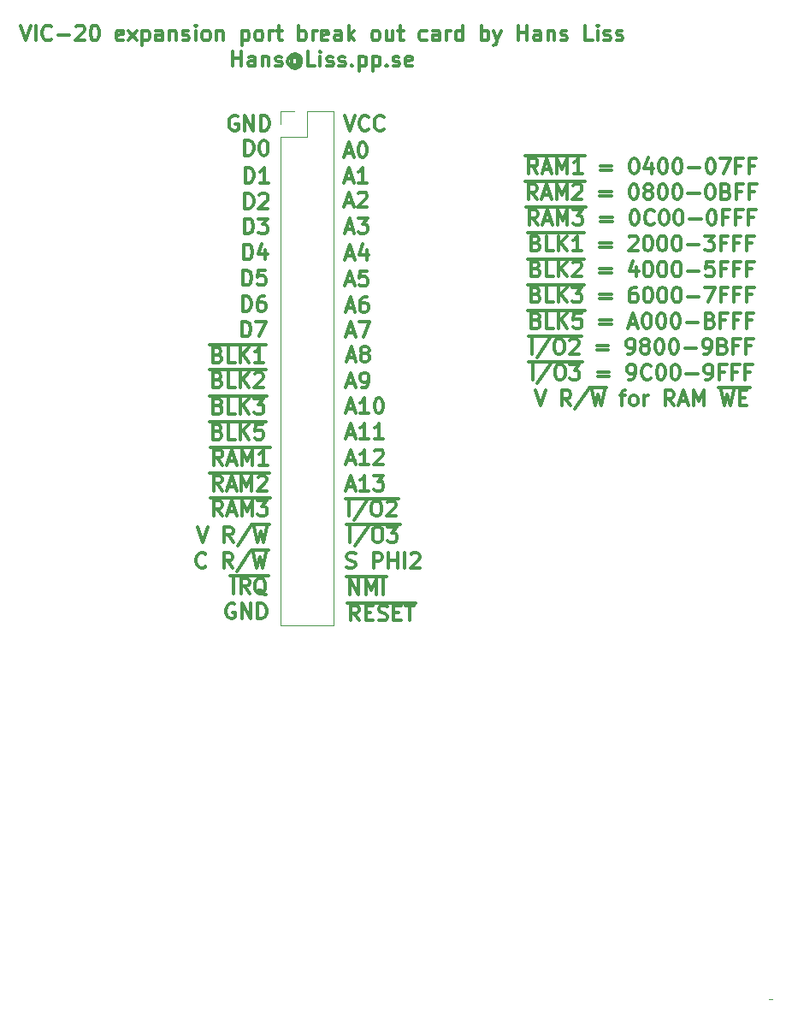
<source format=gbr>
G04 #@! TF.FileFunction,Legend,Top*
%FSLAX46Y46*%
G04 Gerber Fmt 4.6, Leading zero omitted, Abs format (unit mm)*
G04 Created by KiCad (PCBNEW 4.0.7) date 07/15/18 20:55:20*
%MOMM*%
%LPD*%
G01*
G04 APERTURE LIST*
%ADD10C,0.100000*%
%ADD11C,0.300000*%
%ADD12C,0.120000*%
%ADD13C,0.150000*%
G04 APERTURE END LIST*
D10*
D11*
X91519142Y-39559571D02*
X92019142Y-41059571D01*
X92519142Y-39559571D01*
X93019142Y-41059571D02*
X93019142Y-39559571D01*
X94590571Y-40916714D02*
X94519142Y-40988143D01*
X94304856Y-41059571D01*
X94161999Y-41059571D01*
X93947714Y-40988143D01*
X93804856Y-40845286D01*
X93733428Y-40702429D01*
X93661999Y-40416714D01*
X93661999Y-40202429D01*
X93733428Y-39916714D01*
X93804856Y-39773857D01*
X93947714Y-39631000D01*
X94161999Y-39559571D01*
X94304856Y-39559571D01*
X94519142Y-39631000D01*
X94590571Y-39702429D01*
X95233428Y-40488143D02*
X96376285Y-40488143D01*
X97019142Y-39702429D02*
X97090571Y-39631000D01*
X97233428Y-39559571D01*
X97590571Y-39559571D01*
X97733428Y-39631000D01*
X97804857Y-39702429D01*
X97876285Y-39845286D01*
X97876285Y-39988143D01*
X97804857Y-40202429D01*
X96947714Y-41059571D01*
X97876285Y-41059571D01*
X98804856Y-39559571D02*
X98947713Y-39559571D01*
X99090570Y-39631000D01*
X99161999Y-39702429D01*
X99233428Y-39845286D01*
X99304856Y-40131000D01*
X99304856Y-40488143D01*
X99233428Y-40773857D01*
X99161999Y-40916714D01*
X99090570Y-40988143D01*
X98947713Y-41059571D01*
X98804856Y-41059571D01*
X98661999Y-40988143D01*
X98590570Y-40916714D01*
X98519142Y-40773857D01*
X98447713Y-40488143D01*
X98447713Y-40131000D01*
X98519142Y-39845286D01*
X98590570Y-39702429D01*
X98661999Y-39631000D01*
X98804856Y-39559571D01*
X101661998Y-40988143D02*
X101519141Y-41059571D01*
X101233427Y-41059571D01*
X101090570Y-40988143D01*
X101019141Y-40845286D01*
X101019141Y-40273857D01*
X101090570Y-40131000D01*
X101233427Y-40059571D01*
X101519141Y-40059571D01*
X101661998Y-40131000D01*
X101733427Y-40273857D01*
X101733427Y-40416714D01*
X101019141Y-40559571D01*
X102233427Y-41059571D02*
X103019141Y-40059571D01*
X102233427Y-40059571D02*
X103019141Y-41059571D01*
X103590570Y-40059571D02*
X103590570Y-41559571D01*
X103590570Y-40131000D02*
X103733427Y-40059571D01*
X104019141Y-40059571D01*
X104161998Y-40131000D01*
X104233427Y-40202429D01*
X104304856Y-40345286D01*
X104304856Y-40773857D01*
X104233427Y-40916714D01*
X104161998Y-40988143D01*
X104019141Y-41059571D01*
X103733427Y-41059571D01*
X103590570Y-40988143D01*
X105590570Y-41059571D02*
X105590570Y-40273857D01*
X105519141Y-40131000D01*
X105376284Y-40059571D01*
X105090570Y-40059571D01*
X104947713Y-40131000D01*
X105590570Y-40988143D02*
X105447713Y-41059571D01*
X105090570Y-41059571D01*
X104947713Y-40988143D01*
X104876284Y-40845286D01*
X104876284Y-40702429D01*
X104947713Y-40559571D01*
X105090570Y-40488143D01*
X105447713Y-40488143D01*
X105590570Y-40416714D01*
X106304856Y-40059571D02*
X106304856Y-41059571D01*
X106304856Y-40202429D02*
X106376284Y-40131000D01*
X106519142Y-40059571D01*
X106733427Y-40059571D01*
X106876284Y-40131000D01*
X106947713Y-40273857D01*
X106947713Y-41059571D01*
X107590570Y-40988143D02*
X107733427Y-41059571D01*
X108019142Y-41059571D01*
X108161999Y-40988143D01*
X108233427Y-40845286D01*
X108233427Y-40773857D01*
X108161999Y-40631000D01*
X108019142Y-40559571D01*
X107804856Y-40559571D01*
X107661999Y-40488143D01*
X107590570Y-40345286D01*
X107590570Y-40273857D01*
X107661999Y-40131000D01*
X107804856Y-40059571D01*
X108019142Y-40059571D01*
X108161999Y-40131000D01*
X108876285Y-41059571D02*
X108876285Y-40059571D01*
X108876285Y-39559571D02*
X108804856Y-39631000D01*
X108876285Y-39702429D01*
X108947713Y-39631000D01*
X108876285Y-39559571D01*
X108876285Y-39702429D01*
X109804857Y-41059571D02*
X109661999Y-40988143D01*
X109590571Y-40916714D01*
X109519142Y-40773857D01*
X109519142Y-40345286D01*
X109590571Y-40202429D01*
X109661999Y-40131000D01*
X109804857Y-40059571D01*
X110019142Y-40059571D01*
X110161999Y-40131000D01*
X110233428Y-40202429D01*
X110304857Y-40345286D01*
X110304857Y-40773857D01*
X110233428Y-40916714D01*
X110161999Y-40988143D01*
X110019142Y-41059571D01*
X109804857Y-41059571D01*
X110947714Y-40059571D02*
X110947714Y-41059571D01*
X110947714Y-40202429D02*
X111019142Y-40131000D01*
X111162000Y-40059571D01*
X111376285Y-40059571D01*
X111519142Y-40131000D01*
X111590571Y-40273857D01*
X111590571Y-41059571D01*
X113447714Y-40059571D02*
X113447714Y-41559571D01*
X113447714Y-40131000D02*
X113590571Y-40059571D01*
X113876285Y-40059571D01*
X114019142Y-40131000D01*
X114090571Y-40202429D01*
X114162000Y-40345286D01*
X114162000Y-40773857D01*
X114090571Y-40916714D01*
X114019142Y-40988143D01*
X113876285Y-41059571D01*
X113590571Y-41059571D01*
X113447714Y-40988143D01*
X115019143Y-41059571D02*
X114876285Y-40988143D01*
X114804857Y-40916714D01*
X114733428Y-40773857D01*
X114733428Y-40345286D01*
X114804857Y-40202429D01*
X114876285Y-40131000D01*
X115019143Y-40059571D01*
X115233428Y-40059571D01*
X115376285Y-40131000D01*
X115447714Y-40202429D01*
X115519143Y-40345286D01*
X115519143Y-40773857D01*
X115447714Y-40916714D01*
X115376285Y-40988143D01*
X115233428Y-41059571D01*
X115019143Y-41059571D01*
X116162000Y-41059571D02*
X116162000Y-40059571D01*
X116162000Y-40345286D02*
X116233428Y-40202429D01*
X116304857Y-40131000D01*
X116447714Y-40059571D01*
X116590571Y-40059571D01*
X116876285Y-40059571D02*
X117447714Y-40059571D01*
X117090571Y-39559571D02*
X117090571Y-40845286D01*
X117161999Y-40988143D01*
X117304857Y-41059571D01*
X117447714Y-41059571D01*
X119090571Y-41059571D02*
X119090571Y-39559571D01*
X119090571Y-40131000D02*
X119233428Y-40059571D01*
X119519142Y-40059571D01*
X119661999Y-40131000D01*
X119733428Y-40202429D01*
X119804857Y-40345286D01*
X119804857Y-40773857D01*
X119733428Y-40916714D01*
X119661999Y-40988143D01*
X119519142Y-41059571D01*
X119233428Y-41059571D01*
X119090571Y-40988143D01*
X120447714Y-41059571D02*
X120447714Y-40059571D01*
X120447714Y-40345286D02*
X120519142Y-40202429D01*
X120590571Y-40131000D01*
X120733428Y-40059571D01*
X120876285Y-40059571D01*
X121947713Y-40988143D02*
X121804856Y-41059571D01*
X121519142Y-41059571D01*
X121376285Y-40988143D01*
X121304856Y-40845286D01*
X121304856Y-40273857D01*
X121376285Y-40131000D01*
X121519142Y-40059571D01*
X121804856Y-40059571D01*
X121947713Y-40131000D01*
X122019142Y-40273857D01*
X122019142Y-40416714D01*
X121304856Y-40559571D01*
X123304856Y-41059571D02*
X123304856Y-40273857D01*
X123233427Y-40131000D01*
X123090570Y-40059571D01*
X122804856Y-40059571D01*
X122661999Y-40131000D01*
X123304856Y-40988143D02*
X123161999Y-41059571D01*
X122804856Y-41059571D01*
X122661999Y-40988143D01*
X122590570Y-40845286D01*
X122590570Y-40702429D01*
X122661999Y-40559571D01*
X122804856Y-40488143D01*
X123161999Y-40488143D01*
X123304856Y-40416714D01*
X124019142Y-41059571D02*
X124019142Y-39559571D01*
X124161999Y-40488143D02*
X124590570Y-41059571D01*
X124590570Y-40059571D02*
X124019142Y-40631000D01*
X126590571Y-41059571D02*
X126447713Y-40988143D01*
X126376285Y-40916714D01*
X126304856Y-40773857D01*
X126304856Y-40345286D01*
X126376285Y-40202429D01*
X126447713Y-40131000D01*
X126590571Y-40059571D01*
X126804856Y-40059571D01*
X126947713Y-40131000D01*
X127019142Y-40202429D01*
X127090571Y-40345286D01*
X127090571Y-40773857D01*
X127019142Y-40916714D01*
X126947713Y-40988143D01*
X126804856Y-41059571D01*
X126590571Y-41059571D01*
X128376285Y-40059571D02*
X128376285Y-41059571D01*
X127733428Y-40059571D02*
X127733428Y-40845286D01*
X127804856Y-40988143D01*
X127947714Y-41059571D01*
X128161999Y-41059571D01*
X128304856Y-40988143D01*
X128376285Y-40916714D01*
X128876285Y-40059571D02*
X129447714Y-40059571D01*
X129090571Y-39559571D02*
X129090571Y-40845286D01*
X129161999Y-40988143D01*
X129304857Y-41059571D01*
X129447714Y-41059571D01*
X131733428Y-40988143D02*
X131590571Y-41059571D01*
X131304857Y-41059571D01*
X131161999Y-40988143D01*
X131090571Y-40916714D01*
X131019142Y-40773857D01*
X131019142Y-40345286D01*
X131090571Y-40202429D01*
X131161999Y-40131000D01*
X131304857Y-40059571D01*
X131590571Y-40059571D01*
X131733428Y-40131000D01*
X133019142Y-41059571D02*
X133019142Y-40273857D01*
X132947713Y-40131000D01*
X132804856Y-40059571D01*
X132519142Y-40059571D01*
X132376285Y-40131000D01*
X133019142Y-40988143D02*
X132876285Y-41059571D01*
X132519142Y-41059571D01*
X132376285Y-40988143D01*
X132304856Y-40845286D01*
X132304856Y-40702429D01*
X132376285Y-40559571D01*
X132519142Y-40488143D01*
X132876285Y-40488143D01*
X133019142Y-40416714D01*
X133733428Y-41059571D02*
X133733428Y-40059571D01*
X133733428Y-40345286D02*
X133804856Y-40202429D01*
X133876285Y-40131000D01*
X134019142Y-40059571D01*
X134161999Y-40059571D01*
X135304856Y-41059571D02*
X135304856Y-39559571D01*
X135304856Y-40988143D02*
X135161999Y-41059571D01*
X134876285Y-41059571D01*
X134733427Y-40988143D01*
X134661999Y-40916714D01*
X134590570Y-40773857D01*
X134590570Y-40345286D01*
X134661999Y-40202429D01*
X134733427Y-40131000D01*
X134876285Y-40059571D01*
X135161999Y-40059571D01*
X135304856Y-40131000D01*
X137161999Y-41059571D02*
X137161999Y-39559571D01*
X137161999Y-40131000D02*
X137304856Y-40059571D01*
X137590570Y-40059571D01*
X137733427Y-40131000D01*
X137804856Y-40202429D01*
X137876285Y-40345286D01*
X137876285Y-40773857D01*
X137804856Y-40916714D01*
X137733427Y-40988143D01*
X137590570Y-41059571D01*
X137304856Y-41059571D01*
X137161999Y-40988143D01*
X138376285Y-40059571D02*
X138733428Y-41059571D01*
X139090570Y-40059571D02*
X138733428Y-41059571D01*
X138590570Y-41416714D01*
X138519142Y-41488143D01*
X138376285Y-41559571D01*
X140804856Y-41059571D02*
X140804856Y-39559571D01*
X140804856Y-40273857D02*
X141661999Y-40273857D01*
X141661999Y-41059571D02*
X141661999Y-39559571D01*
X143019142Y-41059571D02*
X143019142Y-40273857D01*
X142947713Y-40131000D01*
X142804856Y-40059571D01*
X142519142Y-40059571D01*
X142376285Y-40131000D01*
X143019142Y-40988143D02*
X142876285Y-41059571D01*
X142519142Y-41059571D01*
X142376285Y-40988143D01*
X142304856Y-40845286D01*
X142304856Y-40702429D01*
X142376285Y-40559571D01*
X142519142Y-40488143D01*
X142876285Y-40488143D01*
X143019142Y-40416714D01*
X143733428Y-40059571D02*
X143733428Y-41059571D01*
X143733428Y-40202429D02*
X143804856Y-40131000D01*
X143947714Y-40059571D01*
X144161999Y-40059571D01*
X144304856Y-40131000D01*
X144376285Y-40273857D01*
X144376285Y-41059571D01*
X145019142Y-40988143D02*
X145161999Y-41059571D01*
X145447714Y-41059571D01*
X145590571Y-40988143D01*
X145661999Y-40845286D01*
X145661999Y-40773857D01*
X145590571Y-40631000D01*
X145447714Y-40559571D01*
X145233428Y-40559571D01*
X145090571Y-40488143D01*
X145019142Y-40345286D01*
X145019142Y-40273857D01*
X145090571Y-40131000D01*
X145233428Y-40059571D01*
X145447714Y-40059571D01*
X145590571Y-40131000D01*
X148162000Y-41059571D02*
X147447714Y-41059571D01*
X147447714Y-39559571D01*
X148662000Y-41059571D02*
X148662000Y-40059571D01*
X148662000Y-39559571D02*
X148590571Y-39631000D01*
X148662000Y-39702429D01*
X148733428Y-39631000D01*
X148662000Y-39559571D01*
X148662000Y-39702429D01*
X149304857Y-40988143D02*
X149447714Y-41059571D01*
X149733429Y-41059571D01*
X149876286Y-40988143D01*
X149947714Y-40845286D01*
X149947714Y-40773857D01*
X149876286Y-40631000D01*
X149733429Y-40559571D01*
X149519143Y-40559571D01*
X149376286Y-40488143D01*
X149304857Y-40345286D01*
X149304857Y-40273857D01*
X149376286Y-40131000D01*
X149519143Y-40059571D01*
X149733429Y-40059571D01*
X149876286Y-40131000D01*
X150519143Y-40988143D02*
X150662000Y-41059571D01*
X150947715Y-41059571D01*
X151090572Y-40988143D01*
X151162000Y-40845286D01*
X151162000Y-40773857D01*
X151090572Y-40631000D01*
X150947715Y-40559571D01*
X150733429Y-40559571D01*
X150590572Y-40488143D01*
X150519143Y-40345286D01*
X150519143Y-40273857D01*
X150590572Y-40131000D01*
X150733429Y-40059571D01*
X150947715Y-40059571D01*
X151090572Y-40131000D01*
X112554856Y-43609571D02*
X112554856Y-42109571D01*
X112554856Y-42823857D02*
X113411999Y-42823857D01*
X113411999Y-43609571D02*
X113411999Y-42109571D01*
X114769142Y-43609571D02*
X114769142Y-42823857D01*
X114697713Y-42681000D01*
X114554856Y-42609571D01*
X114269142Y-42609571D01*
X114126285Y-42681000D01*
X114769142Y-43538143D02*
X114626285Y-43609571D01*
X114269142Y-43609571D01*
X114126285Y-43538143D01*
X114054856Y-43395286D01*
X114054856Y-43252429D01*
X114126285Y-43109571D01*
X114269142Y-43038143D01*
X114626285Y-43038143D01*
X114769142Y-42966714D01*
X115483428Y-42609571D02*
X115483428Y-43609571D01*
X115483428Y-42752429D02*
X115554856Y-42681000D01*
X115697714Y-42609571D01*
X115911999Y-42609571D01*
X116054856Y-42681000D01*
X116126285Y-42823857D01*
X116126285Y-43609571D01*
X116769142Y-43538143D02*
X116911999Y-43609571D01*
X117197714Y-43609571D01*
X117340571Y-43538143D01*
X117411999Y-43395286D01*
X117411999Y-43323857D01*
X117340571Y-43181000D01*
X117197714Y-43109571D01*
X116983428Y-43109571D01*
X116840571Y-43038143D01*
X116769142Y-42895286D01*
X116769142Y-42823857D01*
X116840571Y-42681000D01*
X116983428Y-42609571D01*
X117197714Y-42609571D01*
X117340571Y-42681000D01*
X118983428Y-42895286D02*
X118912000Y-42823857D01*
X118769143Y-42752429D01*
X118626285Y-42752429D01*
X118483428Y-42823857D01*
X118412000Y-42895286D01*
X118340571Y-43038143D01*
X118340571Y-43181000D01*
X118412000Y-43323857D01*
X118483428Y-43395286D01*
X118626285Y-43466714D01*
X118769143Y-43466714D01*
X118912000Y-43395286D01*
X118983428Y-43323857D01*
X118983428Y-42752429D02*
X118983428Y-43323857D01*
X119054857Y-43395286D01*
X119126285Y-43395286D01*
X119269143Y-43323857D01*
X119340571Y-43181000D01*
X119340571Y-42823857D01*
X119197714Y-42609571D01*
X118983428Y-42466714D01*
X118697714Y-42395286D01*
X118412000Y-42466714D01*
X118197714Y-42609571D01*
X118054857Y-42823857D01*
X117983428Y-43109571D01*
X118054857Y-43395286D01*
X118197714Y-43609571D01*
X118412000Y-43752429D01*
X118697714Y-43823857D01*
X118983428Y-43752429D01*
X119197714Y-43609571D01*
X120697714Y-43609571D02*
X119983428Y-43609571D01*
X119983428Y-42109571D01*
X121197714Y-43609571D02*
X121197714Y-42609571D01*
X121197714Y-42109571D02*
X121126285Y-42181000D01*
X121197714Y-42252429D01*
X121269142Y-42181000D01*
X121197714Y-42109571D01*
X121197714Y-42252429D01*
X121840571Y-43538143D02*
X121983428Y-43609571D01*
X122269143Y-43609571D01*
X122412000Y-43538143D01*
X122483428Y-43395286D01*
X122483428Y-43323857D01*
X122412000Y-43181000D01*
X122269143Y-43109571D01*
X122054857Y-43109571D01*
X121912000Y-43038143D01*
X121840571Y-42895286D01*
X121840571Y-42823857D01*
X121912000Y-42681000D01*
X122054857Y-42609571D01*
X122269143Y-42609571D01*
X122412000Y-42681000D01*
X123054857Y-43538143D02*
X123197714Y-43609571D01*
X123483429Y-43609571D01*
X123626286Y-43538143D01*
X123697714Y-43395286D01*
X123697714Y-43323857D01*
X123626286Y-43181000D01*
X123483429Y-43109571D01*
X123269143Y-43109571D01*
X123126286Y-43038143D01*
X123054857Y-42895286D01*
X123054857Y-42823857D01*
X123126286Y-42681000D01*
X123269143Y-42609571D01*
X123483429Y-42609571D01*
X123626286Y-42681000D01*
X124340572Y-43466714D02*
X124412000Y-43538143D01*
X124340572Y-43609571D01*
X124269143Y-43538143D01*
X124340572Y-43466714D01*
X124340572Y-43609571D01*
X125054858Y-42609571D02*
X125054858Y-44109571D01*
X125054858Y-42681000D02*
X125197715Y-42609571D01*
X125483429Y-42609571D01*
X125626286Y-42681000D01*
X125697715Y-42752429D01*
X125769144Y-42895286D01*
X125769144Y-43323857D01*
X125697715Y-43466714D01*
X125626286Y-43538143D01*
X125483429Y-43609571D01*
X125197715Y-43609571D01*
X125054858Y-43538143D01*
X126412001Y-42609571D02*
X126412001Y-44109571D01*
X126412001Y-42681000D02*
X126554858Y-42609571D01*
X126840572Y-42609571D01*
X126983429Y-42681000D01*
X127054858Y-42752429D01*
X127126287Y-42895286D01*
X127126287Y-43323857D01*
X127054858Y-43466714D01*
X126983429Y-43538143D01*
X126840572Y-43609571D01*
X126554858Y-43609571D01*
X126412001Y-43538143D01*
X127769144Y-43466714D02*
X127840572Y-43538143D01*
X127769144Y-43609571D01*
X127697715Y-43538143D01*
X127769144Y-43466714D01*
X127769144Y-43609571D01*
X128412001Y-43538143D02*
X128554858Y-43609571D01*
X128840573Y-43609571D01*
X128983430Y-43538143D01*
X129054858Y-43395286D01*
X129054858Y-43323857D01*
X128983430Y-43181000D01*
X128840573Y-43109571D01*
X128626287Y-43109571D01*
X128483430Y-43038143D01*
X128412001Y-42895286D01*
X128412001Y-42823857D01*
X128483430Y-42681000D01*
X128626287Y-42609571D01*
X128840573Y-42609571D01*
X128983430Y-42681000D01*
X130269144Y-43538143D02*
X130126287Y-43609571D01*
X129840573Y-43609571D01*
X129697716Y-43538143D01*
X129626287Y-43395286D01*
X129626287Y-42823857D01*
X129697716Y-42681000D01*
X129840573Y-42609571D01*
X130126287Y-42609571D01*
X130269144Y-42681000D01*
X130340573Y-42823857D01*
X130340573Y-42966714D01*
X129626287Y-43109571D01*
X142713574Y-54227571D02*
X142213574Y-53513286D01*
X141856431Y-54227571D02*
X141856431Y-52727571D01*
X142427859Y-52727571D01*
X142570717Y-52799000D01*
X142642145Y-52870429D01*
X142713574Y-53013286D01*
X142713574Y-53227571D01*
X142642145Y-53370429D01*
X142570717Y-53441857D01*
X142427859Y-53513286D01*
X141856431Y-53513286D01*
X143285002Y-53799000D02*
X143999288Y-53799000D01*
X143142145Y-54227571D02*
X143642145Y-52727571D01*
X144142145Y-54227571D01*
X144642145Y-54227571D02*
X144642145Y-52727571D01*
X145142145Y-53799000D01*
X145642145Y-52727571D01*
X145642145Y-54227571D01*
X147142145Y-54227571D02*
X146285002Y-54227571D01*
X146713574Y-54227571D02*
X146713574Y-52727571D01*
X146570717Y-52941857D01*
X146427859Y-53084714D01*
X146285002Y-53156143D01*
X141499288Y-52469000D02*
X147427859Y-52469000D01*
X148927859Y-53441857D02*
X150070716Y-53441857D01*
X150070716Y-53870429D02*
X148927859Y-53870429D01*
X152213573Y-52727571D02*
X152356430Y-52727571D01*
X152499287Y-52799000D01*
X152570716Y-52870429D01*
X152642145Y-53013286D01*
X152713573Y-53299000D01*
X152713573Y-53656143D01*
X152642145Y-53941857D01*
X152570716Y-54084714D01*
X152499287Y-54156143D01*
X152356430Y-54227571D01*
X152213573Y-54227571D01*
X152070716Y-54156143D01*
X151999287Y-54084714D01*
X151927859Y-53941857D01*
X151856430Y-53656143D01*
X151856430Y-53299000D01*
X151927859Y-53013286D01*
X151999287Y-52870429D01*
X152070716Y-52799000D01*
X152213573Y-52727571D01*
X153999287Y-53227571D02*
X153999287Y-54227571D01*
X153642144Y-52656143D02*
X153285001Y-53727571D01*
X154213573Y-53727571D01*
X155070715Y-52727571D02*
X155213572Y-52727571D01*
X155356429Y-52799000D01*
X155427858Y-52870429D01*
X155499287Y-53013286D01*
X155570715Y-53299000D01*
X155570715Y-53656143D01*
X155499287Y-53941857D01*
X155427858Y-54084714D01*
X155356429Y-54156143D01*
X155213572Y-54227571D01*
X155070715Y-54227571D01*
X154927858Y-54156143D01*
X154856429Y-54084714D01*
X154785001Y-53941857D01*
X154713572Y-53656143D01*
X154713572Y-53299000D01*
X154785001Y-53013286D01*
X154856429Y-52870429D01*
X154927858Y-52799000D01*
X155070715Y-52727571D01*
X156499286Y-52727571D02*
X156642143Y-52727571D01*
X156785000Y-52799000D01*
X156856429Y-52870429D01*
X156927858Y-53013286D01*
X156999286Y-53299000D01*
X156999286Y-53656143D01*
X156927858Y-53941857D01*
X156856429Y-54084714D01*
X156785000Y-54156143D01*
X156642143Y-54227571D01*
X156499286Y-54227571D01*
X156356429Y-54156143D01*
X156285000Y-54084714D01*
X156213572Y-53941857D01*
X156142143Y-53656143D01*
X156142143Y-53299000D01*
X156213572Y-53013286D01*
X156285000Y-52870429D01*
X156356429Y-52799000D01*
X156499286Y-52727571D01*
X157642143Y-53656143D02*
X158785000Y-53656143D01*
X159785000Y-52727571D02*
X159927857Y-52727571D01*
X160070714Y-52799000D01*
X160142143Y-52870429D01*
X160213572Y-53013286D01*
X160285000Y-53299000D01*
X160285000Y-53656143D01*
X160213572Y-53941857D01*
X160142143Y-54084714D01*
X160070714Y-54156143D01*
X159927857Y-54227571D01*
X159785000Y-54227571D01*
X159642143Y-54156143D01*
X159570714Y-54084714D01*
X159499286Y-53941857D01*
X159427857Y-53656143D01*
X159427857Y-53299000D01*
X159499286Y-53013286D01*
X159570714Y-52870429D01*
X159642143Y-52799000D01*
X159785000Y-52727571D01*
X160785000Y-52727571D02*
X161785000Y-52727571D01*
X161142143Y-54227571D01*
X162856428Y-53441857D02*
X162356428Y-53441857D01*
X162356428Y-54227571D02*
X162356428Y-52727571D01*
X163070714Y-52727571D01*
X164142142Y-53441857D02*
X163642142Y-53441857D01*
X163642142Y-54227571D02*
X163642142Y-52727571D01*
X164356428Y-52727571D01*
X142677859Y-56777571D02*
X142177859Y-56063286D01*
X141820716Y-56777571D02*
X141820716Y-55277571D01*
X142392144Y-55277571D01*
X142535002Y-55349000D01*
X142606430Y-55420429D01*
X142677859Y-55563286D01*
X142677859Y-55777571D01*
X142606430Y-55920429D01*
X142535002Y-55991857D01*
X142392144Y-56063286D01*
X141820716Y-56063286D01*
X143249287Y-56349000D02*
X143963573Y-56349000D01*
X143106430Y-56777571D02*
X143606430Y-55277571D01*
X144106430Y-56777571D01*
X144606430Y-56777571D02*
X144606430Y-55277571D01*
X145106430Y-56349000D01*
X145606430Y-55277571D01*
X145606430Y-56777571D01*
X146249287Y-55420429D02*
X146320716Y-55349000D01*
X146463573Y-55277571D01*
X146820716Y-55277571D01*
X146963573Y-55349000D01*
X147035002Y-55420429D01*
X147106430Y-55563286D01*
X147106430Y-55706143D01*
X147035002Y-55920429D01*
X146177859Y-56777571D01*
X147106430Y-56777571D01*
X141463573Y-55019000D02*
X147392144Y-55019000D01*
X148892144Y-55991857D02*
X150035001Y-55991857D01*
X150035001Y-56420429D02*
X148892144Y-56420429D01*
X152177858Y-55277571D02*
X152320715Y-55277571D01*
X152463572Y-55349000D01*
X152535001Y-55420429D01*
X152606430Y-55563286D01*
X152677858Y-55849000D01*
X152677858Y-56206143D01*
X152606430Y-56491857D01*
X152535001Y-56634714D01*
X152463572Y-56706143D01*
X152320715Y-56777571D01*
X152177858Y-56777571D01*
X152035001Y-56706143D01*
X151963572Y-56634714D01*
X151892144Y-56491857D01*
X151820715Y-56206143D01*
X151820715Y-55849000D01*
X151892144Y-55563286D01*
X151963572Y-55420429D01*
X152035001Y-55349000D01*
X152177858Y-55277571D01*
X153535001Y-55920429D02*
X153392143Y-55849000D01*
X153320715Y-55777571D01*
X153249286Y-55634714D01*
X153249286Y-55563286D01*
X153320715Y-55420429D01*
X153392143Y-55349000D01*
X153535001Y-55277571D01*
X153820715Y-55277571D01*
X153963572Y-55349000D01*
X154035001Y-55420429D01*
X154106429Y-55563286D01*
X154106429Y-55634714D01*
X154035001Y-55777571D01*
X153963572Y-55849000D01*
X153820715Y-55920429D01*
X153535001Y-55920429D01*
X153392143Y-55991857D01*
X153320715Y-56063286D01*
X153249286Y-56206143D01*
X153249286Y-56491857D01*
X153320715Y-56634714D01*
X153392143Y-56706143D01*
X153535001Y-56777571D01*
X153820715Y-56777571D01*
X153963572Y-56706143D01*
X154035001Y-56634714D01*
X154106429Y-56491857D01*
X154106429Y-56206143D01*
X154035001Y-56063286D01*
X153963572Y-55991857D01*
X153820715Y-55920429D01*
X155035000Y-55277571D02*
X155177857Y-55277571D01*
X155320714Y-55349000D01*
X155392143Y-55420429D01*
X155463572Y-55563286D01*
X155535000Y-55849000D01*
X155535000Y-56206143D01*
X155463572Y-56491857D01*
X155392143Y-56634714D01*
X155320714Y-56706143D01*
X155177857Y-56777571D01*
X155035000Y-56777571D01*
X154892143Y-56706143D01*
X154820714Y-56634714D01*
X154749286Y-56491857D01*
X154677857Y-56206143D01*
X154677857Y-55849000D01*
X154749286Y-55563286D01*
X154820714Y-55420429D01*
X154892143Y-55349000D01*
X155035000Y-55277571D01*
X156463571Y-55277571D02*
X156606428Y-55277571D01*
X156749285Y-55349000D01*
X156820714Y-55420429D01*
X156892143Y-55563286D01*
X156963571Y-55849000D01*
X156963571Y-56206143D01*
X156892143Y-56491857D01*
X156820714Y-56634714D01*
X156749285Y-56706143D01*
X156606428Y-56777571D01*
X156463571Y-56777571D01*
X156320714Y-56706143D01*
X156249285Y-56634714D01*
X156177857Y-56491857D01*
X156106428Y-56206143D01*
X156106428Y-55849000D01*
X156177857Y-55563286D01*
X156249285Y-55420429D01*
X156320714Y-55349000D01*
X156463571Y-55277571D01*
X157606428Y-56206143D02*
X158749285Y-56206143D01*
X159749285Y-55277571D02*
X159892142Y-55277571D01*
X160034999Y-55349000D01*
X160106428Y-55420429D01*
X160177857Y-55563286D01*
X160249285Y-55849000D01*
X160249285Y-56206143D01*
X160177857Y-56491857D01*
X160106428Y-56634714D01*
X160034999Y-56706143D01*
X159892142Y-56777571D01*
X159749285Y-56777571D01*
X159606428Y-56706143D01*
X159534999Y-56634714D01*
X159463571Y-56491857D01*
X159392142Y-56206143D01*
X159392142Y-55849000D01*
X159463571Y-55563286D01*
X159534999Y-55420429D01*
X159606428Y-55349000D01*
X159749285Y-55277571D01*
X161392142Y-55991857D02*
X161606428Y-56063286D01*
X161677856Y-56134714D01*
X161749285Y-56277571D01*
X161749285Y-56491857D01*
X161677856Y-56634714D01*
X161606428Y-56706143D01*
X161463570Y-56777571D01*
X160892142Y-56777571D01*
X160892142Y-55277571D01*
X161392142Y-55277571D01*
X161534999Y-55349000D01*
X161606428Y-55420429D01*
X161677856Y-55563286D01*
X161677856Y-55706143D01*
X161606428Y-55849000D01*
X161534999Y-55920429D01*
X161392142Y-55991857D01*
X160892142Y-55991857D01*
X162892142Y-55991857D02*
X162392142Y-55991857D01*
X162392142Y-56777571D02*
X162392142Y-55277571D01*
X163106428Y-55277571D01*
X164177856Y-55991857D02*
X163677856Y-55991857D01*
X163677856Y-56777571D02*
X163677856Y-55277571D01*
X164392142Y-55277571D01*
X142749288Y-59327571D02*
X142249288Y-58613286D01*
X141892145Y-59327571D02*
X141892145Y-57827571D01*
X142463573Y-57827571D01*
X142606431Y-57899000D01*
X142677859Y-57970429D01*
X142749288Y-58113286D01*
X142749288Y-58327571D01*
X142677859Y-58470429D01*
X142606431Y-58541857D01*
X142463573Y-58613286D01*
X141892145Y-58613286D01*
X143320716Y-58899000D02*
X144035002Y-58899000D01*
X143177859Y-59327571D02*
X143677859Y-57827571D01*
X144177859Y-59327571D01*
X144677859Y-59327571D02*
X144677859Y-57827571D01*
X145177859Y-58899000D01*
X145677859Y-57827571D01*
X145677859Y-59327571D01*
X146249288Y-57827571D02*
X147177859Y-57827571D01*
X146677859Y-58399000D01*
X146892145Y-58399000D01*
X147035002Y-58470429D01*
X147106431Y-58541857D01*
X147177859Y-58684714D01*
X147177859Y-59041857D01*
X147106431Y-59184714D01*
X147035002Y-59256143D01*
X146892145Y-59327571D01*
X146463573Y-59327571D01*
X146320716Y-59256143D01*
X146249288Y-59184714D01*
X141535002Y-57569000D02*
X147463573Y-57569000D01*
X148963573Y-58541857D02*
X150106430Y-58541857D01*
X150106430Y-58970429D02*
X148963573Y-58970429D01*
X152249287Y-57827571D02*
X152392144Y-57827571D01*
X152535001Y-57899000D01*
X152606430Y-57970429D01*
X152677859Y-58113286D01*
X152749287Y-58399000D01*
X152749287Y-58756143D01*
X152677859Y-59041857D01*
X152606430Y-59184714D01*
X152535001Y-59256143D01*
X152392144Y-59327571D01*
X152249287Y-59327571D01*
X152106430Y-59256143D01*
X152035001Y-59184714D01*
X151963573Y-59041857D01*
X151892144Y-58756143D01*
X151892144Y-58399000D01*
X151963573Y-58113286D01*
X152035001Y-57970429D01*
X152106430Y-57899000D01*
X152249287Y-57827571D01*
X154249287Y-59184714D02*
X154177858Y-59256143D01*
X153963572Y-59327571D01*
X153820715Y-59327571D01*
X153606430Y-59256143D01*
X153463572Y-59113286D01*
X153392144Y-58970429D01*
X153320715Y-58684714D01*
X153320715Y-58470429D01*
X153392144Y-58184714D01*
X153463572Y-58041857D01*
X153606430Y-57899000D01*
X153820715Y-57827571D01*
X153963572Y-57827571D01*
X154177858Y-57899000D01*
X154249287Y-57970429D01*
X155177858Y-57827571D02*
X155320715Y-57827571D01*
X155463572Y-57899000D01*
X155535001Y-57970429D01*
X155606430Y-58113286D01*
X155677858Y-58399000D01*
X155677858Y-58756143D01*
X155606430Y-59041857D01*
X155535001Y-59184714D01*
X155463572Y-59256143D01*
X155320715Y-59327571D01*
X155177858Y-59327571D01*
X155035001Y-59256143D01*
X154963572Y-59184714D01*
X154892144Y-59041857D01*
X154820715Y-58756143D01*
X154820715Y-58399000D01*
X154892144Y-58113286D01*
X154963572Y-57970429D01*
X155035001Y-57899000D01*
X155177858Y-57827571D01*
X156606429Y-57827571D02*
X156749286Y-57827571D01*
X156892143Y-57899000D01*
X156963572Y-57970429D01*
X157035001Y-58113286D01*
X157106429Y-58399000D01*
X157106429Y-58756143D01*
X157035001Y-59041857D01*
X156963572Y-59184714D01*
X156892143Y-59256143D01*
X156749286Y-59327571D01*
X156606429Y-59327571D01*
X156463572Y-59256143D01*
X156392143Y-59184714D01*
X156320715Y-59041857D01*
X156249286Y-58756143D01*
X156249286Y-58399000D01*
X156320715Y-58113286D01*
X156392143Y-57970429D01*
X156463572Y-57899000D01*
X156606429Y-57827571D01*
X157749286Y-58756143D02*
X158892143Y-58756143D01*
X159892143Y-57827571D02*
X160035000Y-57827571D01*
X160177857Y-57899000D01*
X160249286Y-57970429D01*
X160320715Y-58113286D01*
X160392143Y-58399000D01*
X160392143Y-58756143D01*
X160320715Y-59041857D01*
X160249286Y-59184714D01*
X160177857Y-59256143D01*
X160035000Y-59327571D01*
X159892143Y-59327571D01*
X159749286Y-59256143D01*
X159677857Y-59184714D01*
X159606429Y-59041857D01*
X159535000Y-58756143D01*
X159535000Y-58399000D01*
X159606429Y-58113286D01*
X159677857Y-57970429D01*
X159749286Y-57899000D01*
X159892143Y-57827571D01*
X161535000Y-58541857D02*
X161035000Y-58541857D01*
X161035000Y-59327571D02*
X161035000Y-57827571D01*
X161749286Y-57827571D01*
X162820714Y-58541857D02*
X162320714Y-58541857D01*
X162320714Y-59327571D02*
X162320714Y-57827571D01*
X163035000Y-57827571D01*
X164106428Y-58541857D02*
X163606428Y-58541857D01*
X163606428Y-59327571D02*
X163606428Y-57827571D01*
X164320714Y-57827571D01*
X142570716Y-61091857D02*
X142785002Y-61163286D01*
X142856430Y-61234714D01*
X142927859Y-61377571D01*
X142927859Y-61591857D01*
X142856430Y-61734714D01*
X142785002Y-61806143D01*
X142642144Y-61877571D01*
X142070716Y-61877571D01*
X142070716Y-60377571D01*
X142570716Y-60377571D01*
X142713573Y-60449000D01*
X142785002Y-60520429D01*
X142856430Y-60663286D01*
X142856430Y-60806143D01*
X142785002Y-60949000D01*
X142713573Y-61020429D01*
X142570716Y-61091857D01*
X142070716Y-61091857D01*
X144285002Y-61877571D02*
X143570716Y-61877571D01*
X143570716Y-60377571D01*
X144785002Y-61877571D02*
X144785002Y-60377571D01*
X145642145Y-61877571D02*
X144999288Y-61020429D01*
X145642145Y-60377571D02*
X144785002Y-61234714D01*
X147070716Y-61877571D02*
X146213573Y-61877571D01*
X146642145Y-61877571D02*
X146642145Y-60377571D01*
X146499288Y-60591857D01*
X146356430Y-60734714D01*
X146213573Y-60806143D01*
X141713573Y-60119000D02*
X147356430Y-60119000D01*
X148856430Y-61091857D02*
X149999287Y-61091857D01*
X149999287Y-61520429D02*
X148856430Y-61520429D01*
X151785001Y-60520429D02*
X151856430Y-60449000D01*
X151999287Y-60377571D01*
X152356430Y-60377571D01*
X152499287Y-60449000D01*
X152570716Y-60520429D01*
X152642144Y-60663286D01*
X152642144Y-60806143D01*
X152570716Y-61020429D01*
X151713573Y-61877571D01*
X152642144Y-61877571D01*
X153570715Y-60377571D02*
X153713572Y-60377571D01*
X153856429Y-60449000D01*
X153927858Y-60520429D01*
X153999287Y-60663286D01*
X154070715Y-60949000D01*
X154070715Y-61306143D01*
X153999287Y-61591857D01*
X153927858Y-61734714D01*
X153856429Y-61806143D01*
X153713572Y-61877571D01*
X153570715Y-61877571D01*
X153427858Y-61806143D01*
X153356429Y-61734714D01*
X153285001Y-61591857D01*
X153213572Y-61306143D01*
X153213572Y-60949000D01*
X153285001Y-60663286D01*
X153356429Y-60520429D01*
X153427858Y-60449000D01*
X153570715Y-60377571D01*
X154999286Y-60377571D02*
X155142143Y-60377571D01*
X155285000Y-60449000D01*
X155356429Y-60520429D01*
X155427858Y-60663286D01*
X155499286Y-60949000D01*
X155499286Y-61306143D01*
X155427858Y-61591857D01*
X155356429Y-61734714D01*
X155285000Y-61806143D01*
X155142143Y-61877571D01*
X154999286Y-61877571D01*
X154856429Y-61806143D01*
X154785000Y-61734714D01*
X154713572Y-61591857D01*
X154642143Y-61306143D01*
X154642143Y-60949000D01*
X154713572Y-60663286D01*
X154785000Y-60520429D01*
X154856429Y-60449000D01*
X154999286Y-60377571D01*
X156427857Y-60377571D02*
X156570714Y-60377571D01*
X156713571Y-60449000D01*
X156785000Y-60520429D01*
X156856429Y-60663286D01*
X156927857Y-60949000D01*
X156927857Y-61306143D01*
X156856429Y-61591857D01*
X156785000Y-61734714D01*
X156713571Y-61806143D01*
X156570714Y-61877571D01*
X156427857Y-61877571D01*
X156285000Y-61806143D01*
X156213571Y-61734714D01*
X156142143Y-61591857D01*
X156070714Y-61306143D01*
X156070714Y-60949000D01*
X156142143Y-60663286D01*
X156213571Y-60520429D01*
X156285000Y-60449000D01*
X156427857Y-60377571D01*
X157570714Y-61306143D02*
X158713571Y-61306143D01*
X159285000Y-60377571D02*
X160213571Y-60377571D01*
X159713571Y-60949000D01*
X159927857Y-60949000D01*
X160070714Y-61020429D01*
X160142143Y-61091857D01*
X160213571Y-61234714D01*
X160213571Y-61591857D01*
X160142143Y-61734714D01*
X160070714Y-61806143D01*
X159927857Y-61877571D01*
X159499285Y-61877571D01*
X159356428Y-61806143D01*
X159285000Y-61734714D01*
X161356428Y-61091857D02*
X160856428Y-61091857D01*
X160856428Y-61877571D02*
X160856428Y-60377571D01*
X161570714Y-60377571D01*
X162642142Y-61091857D02*
X162142142Y-61091857D01*
X162142142Y-61877571D02*
X162142142Y-60377571D01*
X162856428Y-60377571D01*
X163927856Y-61091857D02*
X163427856Y-61091857D01*
X163427856Y-61877571D02*
X163427856Y-60377571D01*
X164142142Y-60377571D01*
X142570716Y-63641857D02*
X142785002Y-63713286D01*
X142856430Y-63784714D01*
X142927859Y-63927571D01*
X142927859Y-64141857D01*
X142856430Y-64284714D01*
X142785002Y-64356143D01*
X142642144Y-64427571D01*
X142070716Y-64427571D01*
X142070716Y-62927571D01*
X142570716Y-62927571D01*
X142713573Y-62999000D01*
X142785002Y-63070429D01*
X142856430Y-63213286D01*
X142856430Y-63356143D01*
X142785002Y-63499000D01*
X142713573Y-63570429D01*
X142570716Y-63641857D01*
X142070716Y-63641857D01*
X144285002Y-64427571D02*
X143570716Y-64427571D01*
X143570716Y-62927571D01*
X144785002Y-64427571D02*
X144785002Y-62927571D01*
X145642145Y-64427571D02*
X144999288Y-63570429D01*
X145642145Y-62927571D02*
X144785002Y-63784714D01*
X146213573Y-63070429D02*
X146285002Y-62999000D01*
X146427859Y-62927571D01*
X146785002Y-62927571D01*
X146927859Y-62999000D01*
X146999288Y-63070429D01*
X147070716Y-63213286D01*
X147070716Y-63356143D01*
X146999288Y-63570429D01*
X146142145Y-64427571D01*
X147070716Y-64427571D01*
X141713573Y-62669000D02*
X147356430Y-62669000D01*
X148856430Y-63641857D02*
X149999287Y-63641857D01*
X149999287Y-64070429D02*
X148856430Y-64070429D01*
X152499287Y-63427571D02*
X152499287Y-64427571D01*
X152142144Y-62856143D02*
X151785001Y-63927571D01*
X152713573Y-63927571D01*
X153570715Y-62927571D02*
X153713572Y-62927571D01*
X153856429Y-62999000D01*
X153927858Y-63070429D01*
X153999287Y-63213286D01*
X154070715Y-63499000D01*
X154070715Y-63856143D01*
X153999287Y-64141857D01*
X153927858Y-64284714D01*
X153856429Y-64356143D01*
X153713572Y-64427571D01*
X153570715Y-64427571D01*
X153427858Y-64356143D01*
X153356429Y-64284714D01*
X153285001Y-64141857D01*
X153213572Y-63856143D01*
X153213572Y-63499000D01*
X153285001Y-63213286D01*
X153356429Y-63070429D01*
X153427858Y-62999000D01*
X153570715Y-62927571D01*
X154999286Y-62927571D02*
X155142143Y-62927571D01*
X155285000Y-62999000D01*
X155356429Y-63070429D01*
X155427858Y-63213286D01*
X155499286Y-63499000D01*
X155499286Y-63856143D01*
X155427858Y-64141857D01*
X155356429Y-64284714D01*
X155285000Y-64356143D01*
X155142143Y-64427571D01*
X154999286Y-64427571D01*
X154856429Y-64356143D01*
X154785000Y-64284714D01*
X154713572Y-64141857D01*
X154642143Y-63856143D01*
X154642143Y-63499000D01*
X154713572Y-63213286D01*
X154785000Y-63070429D01*
X154856429Y-62999000D01*
X154999286Y-62927571D01*
X156427857Y-62927571D02*
X156570714Y-62927571D01*
X156713571Y-62999000D01*
X156785000Y-63070429D01*
X156856429Y-63213286D01*
X156927857Y-63499000D01*
X156927857Y-63856143D01*
X156856429Y-64141857D01*
X156785000Y-64284714D01*
X156713571Y-64356143D01*
X156570714Y-64427571D01*
X156427857Y-64427571D01*
X156285000Y-64356143D01*
X156213571Y-64284714D01*
X156142143Y-64141857D01*
X156070714Y-63856143D01*
X156070714Y-63499000D01*
X156142143Y-63213286D01*
X156213571Y-63070429D01*
X156285000Y-62999000D01*
X156427857Y-62927571D01*
X157570714Y-63856143D02*
X158713571Y-63856143D01*
X160142143Y-62927571D02*
X159427857Y-62927571D01*
X159356428Y-63641857D01*
X159427857Y-63570429D01*
X159570714Y-63499000D01*
X159927857Y-63499000D01*
X160070714Y-63570429D01*
X160142143Y-63641857D01*
X160213571Y-63784714D01*
X160213571Y-64141857D01*
X160142143Y-64284714D01*
X160070714Y-64356143D01*
X159927857Y-64427571D01*
X159570714Y-64427571D01*
X159427857Y-64356143D01*
X159356428Y-64284714D01*
X161356428Y-63641857D02*
X160856428Y-63641857D01*
X160856428Y-64427571D02*
X160856428Y-62927571D01*
X161570714Y-62927571D01*
X162642142Y-63641857D02*
X162142142Y-63641857D01*
X162142142Y-64427571D02*
X162142142Y-62927571D01*
X162856428Y-62927571D01*
X163927856Y-63641857D02*
X163427856Y-63641857D01*
X163427856Y-64427571D02*
X163427856Y-62927571D01*
X164142142Y-62927571D01*
X142570716Y-66191857D02*
X142785002Y-66263286D01*
X142856430Y-66334714D01*
X142927859Y-66477571D01*
X142927859Y-66691857D01*
X142856430Y-66834714D01*
X142785002Y-66906143D01*
X142642144Y-66977571D01*
X142070716Y-66977571D01*
X142070716Y-65477571D01*
X142570716Y-65477571D01*
X142713573Y-65549000D01*
X142785002Y-65620429D01*
X142856430Y-65763286D01*
X142856430Y-65906143D01*
X142785002Y-66049000D01*
X142713573Y-66120429D01*
X142570716Y-66191857D01*
X142070716Y-66191857D01*
X144285002Y-66977571D02*
X143570716Y-66977571D01*
X143570716Y-65477571D01*
X144785002Y-66977571D02*
X144785002Y-65477571D01*
X145642145Y-66977571D02*
X144999288Y-66120429D01*
X145642145Y-65477571D02*
X144785002Y-66334714D01*
X146142145Y-65477571D02*
X147070716Y-65477571D01*
X146570716Y-66049000D01*
X146785002Y-66049000D01*
X146927859Y-66120429D01*
X146999288Y-66191857D01*
X147070716Y-66334714D01*
X147070716Y-66691857D01*
X146999288Y-66834714D01*
X146927859Y-66906143D01*
X146785002Y-66977571D01*
X146356430Y-66977571D01*
X146213573Y-66906143D01*
X146142145Y-66834714D01*
X141713573Y-65219000D02*
X147356430Y-65219000D01*
X148856430Y-66191857D02*
X149999287Y-66191857D01*
X149999287Y-66620429D02*
X148856430Y-66620429D01*
X152499287Y-65477571D02*
X152213573Y-65477571D01*
X152070716Y-65549000D01*
X151999287Y-65620429D01*
X151856430Y-65834714D01*
X151785001Y-66120429D01*
X151785001Y-66691857D01*
X151856430Y-66834714D01*
X151927858Y-66906143D01*
X152070716Y-66977571D01*
X152356430Y-66977571D01*
X152499287Y-66906143D01*
X152570716Y-66834714D01*
X152642144Y-66691857D01*
X152642144Y-66334714D01*
X152570716Y-66191857D01*
X152499287Y-66120429D01*
X152356430Y-66049000D01*
X152070716Y-66049000D01*
X151927858Y-66120429D01*
X151856430Y-66191857D01*
X151785001Y-66334714D01*
X153570715Y-65477571D02*
X153713572Y-65477571D01*
X153856429Y-65549000D01*
X153927858Y-65620429D01*
X153999287Y-65763286D01*
X154070715Y-66049000D01*
X154070715Y-66406143D01*
X153999287Y-66691857D01*
X153927858Y-66834714D01*
X153856429Y-66906143D01*
X153713572Y-66977571D01*
X153570715Y-66977571D01*
X153427858Y-66906143D01*
X153356429Y-66834714D01*
X153285001Y-66691857D01*
X153213572Y-66406143D01*
X153213572Y-66049000D01*
X153285001Y-65763286D01*
X153356429Y-65620429D01*
X153427858Y-65549000D01*
X153570715Y-65477571D01*
X154999286Y-65477571D02*
X155142143Y-65477571D01*
X155285000Y-65549000D01*
X155356429Y-65620429D01*
X155427858Y-65763286D01*
X155499286Y-66049000D01*
X155499286Y-66406143D01*
X155427858Y-66691857D01*
X155356429Y-66834714D01*
X155285000Y-66906143D01*
X155142143Y-66977571D01*
X154999286Y-66977571D01*
X154856429Y-66906143D01*
X154785000Y-66834714D01*
X154713572Y-66691857D01*
X154642143Y-66406143D01*
X154642143Y-66049000D01*
X154713572Y-65763286D01*
X154785000Y-65620429D01*
X154856429Y-65549000D01*
X154999286Y-65477571D01*
X156427857Y-65477571D02*
X156570714Y-65477571D01*
X156713571Y-65549000D01*
X156785000Y-65620429D01*
X156856429Y-65763286D01*
X156927857Y-66049000D01*
X156927857Y-66406143D01*
X156856429Y-66691857D01*
X156785000Y-66834714D01*
X156713571Y-66906143D01*
X156570714Y-66977571D01*
X156427857Y-66977571D01*
X156285000Y-66906143D01*
X156213571Y-66834714D01*
X156142143Y-66691857D01*
X156070714Y-66406143D01*
X156070714Y-66049000D01*
X156142143Y-65763286D01*
X156213571Y-65620429D01*
X156285000Y-65549000D01*
X156427857Y-65477571D01*
X157570714Y-66406143D02*
X158713571Y-66406143D01*
X159285000Y-65477571D02*
X160285000Y-65477571D01*
X159642143Y-66977571D01*
X161356428Y-66191857D02*
X160856428Y-66191857D01*
X160856428Y-66977571D02*
X160856428Y-65477571D01*
X161570714Y-65477571D01*
X162642142Y-66191857D02*
X162142142Y-66191857D01*
X162142142Y-66977571D02*
X162142142Y-65477571D01*
X162856428Y-65477571D01*
X163927856Y-66191857D02*
X163427856Y-66191857D01*
X163427856Y-66977571D02*
X163427856Y-65477571D01*
X164142142Y-65477571D01*
X142606430Y-68741857D02*
X142820716Y-68813286D01*
X142892144Y-68884714D01*
X142963573Y-69027571D01*
X142963573Y-69241857D01*
X142892144Y-69384714D01*
X142820716Y-69456143D01*
X142677858Y-69527571D01*
X142106430Y-69527571D01*
X142106430Y-68027571D01*
X142606430Y-68027571D01*
X142749287Y-68099000D01*
X142820716Y-68170429D01*
X142892144Y-68313286D01*
X142892144Y-68456143D01*
X142820716Y-68599000D01*
X142749287Y-68670429D01*
X142606430Y-68741857D01*
X142106430Y-68741857D01*
X144320716Y-69527571D02*
X143606430Y-69527571D01*
X143606430Y-68027571D01*
X144820716Y-69527571D02*
X144820716Y-68027571D01*
X145677859Y-69527571D02*
X145035002Y-68670429D01*
X145677859Y-68027571D02*
X144820716Y-68884714D01*
X147035002Y-68027571D02*
X146320716Y-68027571D01*
X146249287Y-68741857D01*
X146320716Y-68670429D01*
X146463573Y-68599000D01*
X146820716Y-68599000D01*
X146963573Y-68670429D01*
X147035002Y-68741857D01*
X147106430Y-68884714D01*
X147106430Y-69241857D01*
X147035002Y-69384714D01*
X146963573Y-69456143D01*
X146820716Y-69527571D01*
X146463573Y-69527571D01*
X146320716Y-69456143D01*
X146249287Y-69384714D01*
X141749287Y-67769000D02*
X147392144Y-67769000D01*
X148892144Y-68741857D02*
X150035001Y-68741857D01*
X150035001Y-69170429D02*
X148892144Y-69170429D01*
X151820715Y-69099000D02*
X152535001Y-69099000D01*
X151677858Y-69527571D02*
X152177858Y-68027571D01*
X152677858Y-69527571D01*
X153463572Y-68027571D02*
X153606429Y-68027571D01*
X153749286Y-68099000D01*
X153820715Y-68170429D01*
X153892144Y-68313286D01*
X153963572Y-68599000D01*
X153963572Y-68956143D01*
X153892144Y-69241857D01*
X153820715Y-69384714D01*
X153749286Y-69456143D01*
X153606429Y-69527571D01*
X153463572Y-69527571D01*
X153320715Y-69456143D01*
X153249286Y-69384714D01*
X153177858Y-69241857D01*
X153106429Y-68956143D01*
X153106429Y-68599000D01*
X153177858Y-68313286D01*
X153249286Y-68170429D01*
X153320715Y-68099000D01*
X153463572Y-68027571D01*
X154892143Y-68027571D02*
X155035000Y-68027571D01*
X155177857Y-68099000D01*
X155249286Y-68170429D01*
X155320715Y-68313286D01*
X155392143Y-68599000D01*
X155392143Y-68956143D01*
X155320715Y-69241857D01*
X155249286Y-69384714D01*
X155177857Y-69456143D01*
X155035000Y-69527571D01*
X154892143Y-69527571D01*
X154749286Y-69456143D01*
X154677857Y-69384714D01*
X154606429Y-69241857D01*
X154535000Y-68956143D01*
X154535000Y-68599000D01*
X154606429Y-68313286D01*
X154677857Y-68170429D01*
X154749286Y-68099000D01*
X154892143Y-68027571D01*
X156320714Y-68027571D02*
X156463571Y-68027571D01*
X156606428Y-68099000D01*
X156677857Y-68170429D01*
X156749286Y-68313286D01*
X156820714Y-68599000D01*
X156820714Y-68956143D01*
X156749286Y-69241857D01*
X156677857Y-69384714D01*
X156606428Y-69456143D01*
X156463571Y-69527571D01*
X156320714Y-69527571D01*
X156177857Y-69456143D01*
X156106428Y-69384714D01*
X156035000Y-69241857D01*
X155963571Y-68956143D01*
X155963571Y-68599000D01*
X156035000Y-68313286D01*
X156106428Y-68170429D01*
X156177857Y-68099000D01*
X156320714Y-68027571D01*
X157463571Y-68956143D02*
X158606428Y-68956143D01*
X159820714Y-68741857D02*
X160035000Y-68813286D01*
X160106428Y-68884714D01*
X160177857Y-69027571D01*
X160177857Y-69241857D01*
X160106428Y-69384714D01*
X160035000Y-69456143D01*
X159892142Y-69527571D01*
X159320714Y-69527571D01*
X159320714Y-68027571D01*
X159820714Y-68027571D01*
X159963571Y-68099000D01*
X160035000Y-68170429D01*
X160106428Y-68313286D01*
X160106428Y-68456143D01*
X160035000Y-68599000D01*
X159963571Y-68670429D01*
X159820714Y-68741857D01*
X159320714Y-68741857D01*
X161320714Y-68741857D02*
X160820714Y-68741857D01*
X160820714Y-69527571D02*
X160820714Y-68027571D01*
X161535000Y-68027571D01*
X162606428Y-68741857D02*
X162106428Y-68741857D01*
X162106428Y-69527571D02*
X162106428Y-68027571D01*
X162820714Y-68027571D01*
X163892142Y-68741857D02*
X163392142Y-68741857D01*
X163392142Y-69527571D02*
X163392142Y-68027571D01*
X164106428Y-68027571D01*
X142142144Y-72077571D02*
X142142144Y-70577571D01*
X143927858Y-70506143D02*
X142642144Y-72434714D01*
X144713573Y-70577571D02*
X144999287Y-70577571D01*
X145142145Y-70649000D01*
X145285002Y-70791857D01*
X145356430Y-71077571D01*
X145356430Y-71577571D01*
X145285002Y-71863286D01*
X145142145Y-72006143D01*
X144999287Y-72077571D01*
X144713573Y-72077571D01*
X144570716Y-72006143D01*
X144427859Y-71863286D01*
X144356430Y-71577571D01*
X144356430Y-71077571D01*
X144427859Y-70791857D01*
X144570716Y-70649000D01*
X144713573Y-70577571D01*
X145927859Y-70720429D02*
X145999288Y-70649000D01*
X146142145Y-70577571D01*
X146499288Y-70577571D01*
X146642145Y-70649000D01*
X146713574Y-70720429D01*
X146785002Y-70863286D01*
X146785002Y-71006143D01*
X146713574Y-71220429D01*
X145856431Y-72077571D01*
X146785002Y-72077571D01*
X141785001Y-70319000D02*
X147070716Y-70319000D01*
X148570716Y-71291857D02*
X149713573Y-71291857D01*
X149713573Y-71720429D02*
X148570716Y-71720429D01*
X151642144Y-72077571D02*
X151927859Y-72077571D01*
X152070716Y-72006143D01*
X152142144Y-71934714D01*
X152285002Y-71720429D01*
X152356430Y-71434714D01*
X152356430Y-70863286D01*
X152285002Y-70720429D01*
X152213573Y-70649000D01*
X152070716Y-70577571D01*
X151785002Y-70577571D01*
X151642144Y-70649000D01*
X151570716Y-70720429D01*
X151499287Y-70863286D01*
X151499287Y-71220429D01*
X151570716Y-71363286D01*
X151642144Y-71434714D01*
X151785002Y-71506143D01*
X152070716Y-71506143D01*
X152213573Y-71434714D01*
X152285002Y-71363286D01*
X152356430Y-71220429D01*
X153213573Y-71220429D02*
X153070715Y-71149000D01*
X152999287Y-71077571D01*
X152927858Y-70934714D01*
X152927858Y-70863286D01*
X152999287Y-70720429D01*
X153070715Y-70649000D01*
X153213573Y-70577571D01*
X153499287Y-70577571D01*
X153642144Y-70649000D01*
X153713573Y-70720429D01*
X153785001Y-70863286D01*
X153785001Y-70934714D01*
X153713573Y-71077571D01*
X153642144Y-71149000D01*
X153499287Y-71220429D01*
X153213573Y-71220429D01*
X153070715Y-71291857D01*
X152999287Y-71363286D01*
X152927858Y-71506143D01*
X152927858Y-71791857D01*
X152999287Y-71934714D01*
X153070715Y-72006143D01*
X153213573Y-72077571D01*
X153499287Y-72077571D01*
X153642144Y-72006143D01*
X153713573Y-71934714D01*
X153785001Y-71791857D01*
X153785001Y-71506143D01*
X153713573Y-71363286D01*
X153642144Y-71291857D01*
X153499287Y-71220429D01*
X154713572Y-70577571D02*
X154856429Y-70577571D01*
X154999286Y-70649000D01*
X155070715Y-70720429D01*
X155142144Y-70863286D01*
X155213572Y-71149000D01*
X155213572Y-71506143D01*
X155142144Y-71791857D01*
X155070715Y-71934714D01*
X154999286Y-72006143D01*
X154856429Y-72077571D01*
X154713572Y-72077571D01*
X154570715Y-72006143D01*
X154499286Y-71934714D01*
X154427858Y-71791857D01*
X154356429Y-71506143D01*
X154356429Y-71149000D01*
X154427858Y-70863286D01*
X154499286Y-70720429D01*
X154570715Y-70649000D01*
X154713572Y-70577571D01*
X156142143Y-70577571D02*
X156285000Y-70577571D01*
X156427857Y-70649000D01*
X156499286Y-70720429D01*
X156570715Y-70863286D01*
X156642143Y-71149000D01*
X156642143Y-71506143D01*
X156570715Y-71791857D01*
X156499286Y-71934714D01*
X156427857Y-72006143D01*
X156285000Y-72077571D01*
X156142143Y-72077571D01*
X155999286Y-72006143D01*
X155927857Y-71934714D01*
X155856429Y-71791857D01*
X155785000Y-71506143D01*
X155785000Y-71149000D01*
X155856429Y-70863286D01*
X155927857Y-70720429D01*
X155999286Y-70649000D01*
X156142143Y-70577571D01*
X157285000Y-71506143D02*
X158427857Y-71506143D01*
X159213571Y-72077571D02*
X159499286Y-72077571D01*
X159642143Y-72006143D01*
X159713571Y-71934714D01*
X159856429Y-71720429D01*
X159927857Y-71434714D01*
X159927857Y-70863286D01*
X159856429Y-70720429D01*
X159785000Y-70649000D01*
X159642143Y-70577571D01*
X159356429Y-70577571D01*
X159213571Y-70649000D01*
X159142143Y-70720429D01*
X159070714Y-70863286D01*
X159070714Y-71220429D01*
X159142143Y-71363286D01*
X159213571Y-71434714D01*
X159356429Y-71506143D01*
X159642143Y-71506143D01*
X159785000Y-71434714D01*
X159856429Y-71363286D01*
X159927857Y-71220429D01*
X161070714Y-71291857D02*
X161285000Y-71363286D01*
X161356428Y-71434714D01*
X161427857Y-71577571D01*
X161427857Y-71791857D01*
X161356428Y-71934714D01*
X161285000Y-72006143D01*
X161142142Y-72077571D01*
X160570714Y-72077571D01*
X160570714Y-70577571D01*
X161070714Y-70577571D01*
X161213571Y-70649000D01*
X161285000Y-70720429D01*
X161356428Y-70863286D01*
X161356428Y-71006143D01*
X161285000Y-71149000D01*
X161213571Y-71220429D01*
X161070714Y-71291857D01*
X160570714Y-71291857D01*
X162570714Y-71291857D02*
X162070714Y-71291857D01*
X162070714Y-72077571D02*
X162070714Y-70577571D01*
X162785000Y-70577571D01*
X163856428Y-71291857D02*
X163356428Y-71291857D01*
X163356428Y-72077571D02*
X163356428Y-70577571D01*
X164070714Y-70577571D01*
X142213573Y-74627571D02*
X142213573Y-73127571D01*
X143999287Y-73056143D02*
X142713573Y-74984714D01*
X144785002Y-73127571D02*
X145070716Y-73127571D01*
X145213574Y-73199000D01*
X145356431Y-73341857D01*
X145427859Y-73627571D01*
X145427859Y-74127571D01*
X145356431Y-74413286D01*
X145213574Y-74556143D01*
X145070716Y-74627571D01*
X144785002Y-74627571D01*
X144642145Y-74556143D01*
X144499288Y-74413286D01*
X144427859Y-74127571D01*
X144427859Y-73627571D01*
X144499288Y-73341857D01*
X144642145Y-73199000D01*
X144785002Y-73127571D01*
X145927860Y-73127571D02*
X146856431Y-73127571D01*
X146356431Y-73699000D01*
X146570717Y-73699000D01*
X146713574Y-73770429D01*
X146785003Y-73841857D01*
X146856431Y-73984714D01*
X146856431Y-74341857D01*
X146785003Y-74484714D01*
X146713574Y-74556143D01*
X146570717Y-74627571D01*
X146142145Y-74627571D01*
X145999288Y-74556143D01*
X145927860Y-74484714D01*
X141856430Y-72869000D02*
X147142145Y-72869000D01*
X148642145Y-73841857D02*
X149785002Y-73841857D01*
X149785002Y-74270429D02*
X148642145Y-74270429D01*
X151713573Y-74627571D02*
X151999288Y-74627571D01*
X152142145Y-74556143D01*
X152213573Y-74484714D01*
X152356431Y-74270429D01*
X152427859Y-73984714D01*
X152427859Y-73413286D01*
X152356431Y-73270429D01*
X152285002Y-73199000D01*
X152142145Y-73127571D01*
X151856431Y-73127571D01*
X151713573Y-73199000D01*
X151642145Y-73270429D01*
X151570716Y-73413286D01*
X151570716Y-73770429D01*
X151642145Y-73913286D01*
X151713573Y-73984714D01*
X151856431Y-74056143D01*
X152142145Y-74056143D01*
X152285002Y-73984714D01*
X152356431Y-73913286D01*
X152427859Y-73770429D01*
X153927859Y-74484714D02*
X153856430Y-74556143D01*
X153642144Y-74627571D01*
X153499287Y-74627571D01*
X153285002Y-74556143D01*
X153142144Y-74413286D01*
X153070716Y-74270429D01*
X152999287Y-73984714D01*
X152999287Y-73770429D01*
X153070716Y-73484714D01*
X153142144Y-73341857D01*
X153285002Y-73199000D01*
X153499287Y-73127571D01*
X153642144Y-73127571D01*
X153856430Y-73199000D01*
X153927859Y-73270429D01*
X154856430Y-73127571D02*
X154999287Y-73127571D01*
X155142144Y-73199000D01*
X155213573Y-73270429D01*
X155285002Y-73413286D01*
X155356430Y-73699000D01*
X155356430Y-74056143D01*
X155285002Y-74341857D01*
X155213573Y-74484714D01*
X155142144Y-74556143D01*
X154999287Y-74627571D01*
X154856430Y-74627571D01*
X154713573Y-74556143D01*
X154642144Y-74484714D01*
X154570716Y-74341857D01*
X154499287Y-74056143D01*
X154499287Y-73699000D01*
X154570716Y-73413286D01*
X154642144Y-73270429D01*
X154713573Y-73199000D01*
X154856430Y-73127571D01*
X156285001Y-73127571D02*
X156427858Y-73127571D01*
X156570715Y-73199000D01*
X156642144Y-73270429D01*
X156713573Y-73413286D01*
X156785001Y-73699000D01*
X156785001Y-74056143D01*
X156713573Y-74341857D01*
X156642144Y-74484714D01*
X156570715Y-74556143D01*
X156427858Y-74627571D01*
X156285001Y-74627571D01*
X156142144Y-74556143D01*
X156070715Y-74484714D01*
X155999287Y-74341857D01*
X155927858Y-74056143D01*
X155927858Y-73699000D01*
X155999287Y-73413286D01*
X156070715Y-73270429D01*
X156142144Y-73199000D01*
X156285001Y-73127571D01*
X157427858Y-74056143D02*
X158570715Y-74056143D01*
X159356429Y-74627571D02*
X159642144Y-74627571D01*
X159785001Y-74556143D01*
X159856429Y-74484714D01*
X159999287Y-74270429D01*
X160070715Y-73984714D01*
X160070715Y-73413286D01*
X159999287Y-73270429D01*
X159927858Y-73199000D01*
X159785001Y-73127571D01*
X159499287Y-73127571D01*
X159356429Y-73199000D01*
X159285001Y-73270429D01*
X159213572Y-73413286D01*
X159213572Y-73770429D01*
X159285001Y-73913286D01*
X159356429Y-73984714D01*
X159499287Y-74056143D01*
X159785001Y-74056143D01*
X159927858Y-73984714D01*
X159999287Y-73913286D01*
X160070715Y-73770429D01*
X161213572Y-73841857D02*
X160713572Y-73841857D01*
X160713572Y-74627571D02*
X160713572Y-73127571D01*
X161427858Y-73127571D01*
X162499286Y-73841857D02*
X161999286Y-73841857D01*
X161999286Y-74627571D02*
X161999286Y-73127571D01*
X162713572Y-73127571D01*
X163785000Y-73841857D02*
X163285000Y-73841857D01*
X163285000Y-74627571D02*
X163285000Y-73127571D01*
X163999286Y-73127571D01*
X142499286Y-75677571D02*
X142999286Y-77177571D01*
X143499286Y-75677571D01*
X145999286Y-77177571D02*
X145499286Y-76463286D01*
X145142143Y-77177571D02*
X145142143Y-75677571D01*
X145713571Y-75677571D01*
X145856429Y-75749000D01*
X145927857Y-75820429D01*
X145999286Y-75963286D01*
X145999286Y-76177571D01*
X145927857Y-76320429D01*
X145856429Y-76391857D01*
X145713571Y-76463286D01*
X145142143Y-76463286D01*
X147713571Y-75606143D02*
X146427857Y-77534714D01*
X148070715Y-75677571D02*
X148427858Y-77177571D01*
X148713572Y-76106143D01*
X148999286Y-77177571D01*
X149356429Y-75677571D01*
X147856429Y-75419000D02*
X149570715Y-75419000D01*
X150856429Y-76177571D02*
X151427858Y-76177571D01*
X151070715Y-77177571D02*
X151070715Y-75891857D01*
X151142143Y-75749000D01*
X151285001Y-75677571D01*
X151427858Y-75677571D01*
X152142144Y-77177571D02*
X151999286Y-77106143D01*
X151927858Y-77034714D01*
X151856429Y-76891857D01*
X151856429Y-76463286D01*
X151927858Y-76320429D01*
X151999286Y-76249000D01*
X152142144Y-76177571D01*
X152356429Y-76177571D01*
X152499286Y-76249000D01*
X152570715Y-76320429D01*
X152642144Y-76463286D01*
X152642144Y-76891857D01*
X152570715Y-77034714D01*
X152499286Y-77106143D01*
X152356429Y-77177571D01*
X152142144Y-77177571D01*
X153285001Y-77177571D02*
X153285001Y-76177571D01*
X153285001Y-76463286D02*
X153356429Y-76320429D01*
X153427858Y-76249000D01*
X153570715Y-76177571D01*
X153713572Y-76177571D01*
X156213572Y-77177571D02*
X155713572Y-76463286D01*
X155356429Y-77177571D02*
X155356429Y-75677571D01*
X155927857Y-75677571D01*
X156070715Y-75749000D01*
X156142143Y-75820429D01*
X156213572Y-75963286D01*
X156213572Y-76177571D01*
X156142143Y-76320429D01*
X156070715Y-76391857D01*
X155927857Y-76463286D01*
X155356429Y-76463286D01*
X156785000Y-76749000D02*
X157499286Y-76749000D01*
X156642143Y-77177571D02*
X157142143Y-75677571D01*
X157642143Y-77177571D01*
X158142143Y-77177571D02*
X158142143Y-75677571D01*
X158642143Y-76749000D01*
X159142143Y-75677571D01*
X159142143Y-77177571D01*
X160856429Y-75677571D02*
X161213572Y-77177571D01*
X161499286Y-76106143D01*
X161785000Y-77177571D01*
X162142143Y-75677571D01*
X162713572Y-76391857D02*
X163213572Y-76391857D01*
X163427858Y-77177571D02*
X162713572Y-77177571D01*
X162713572Y-75677571D01*
X163427858Y-75677571D01*
X160642143Y-75419000D02*
X163713572Y-75419000D01*
X113019983Y-48564100D02*
X112877126Y-48492671D01*
X112662840Y-48492671D01*
X112448555Y-48564100D01*
X112305697Y-48706957D01*
X112234269Y-48849814D01*
X112162840Y-49135529D01*
X112162840Y-49349814D01*
X112234269Y-49635529D01*
X112305697Y-49778386D01*
X112448555Y-49921243D01*
X112662840Y-49992671D01*
X112805697Y-49992671D01*
X113019983Y-49921243D01*
X113091412Y-49849814D01*
X113091412Y-49349814D01*
X112805697Y-49349814D01*
X113734269Y-49992671D02*
X113734269Y-48492671D01*
X114591412Y-49992671D01*
X114591412Y-48492671D01*
X115305698Y-49992671D02*
X115305698Y-48492671D01*
X115662841Y-48492671D01*
X115877126Y-48564100D01*
X116019984Y-48706957D01*
X116091412Y-48849814D01*
X116162841Y-49135529D01*
X116162841Y-49349814D01*
X116091412Y-49635529D01*
X116019984Y-49778386D01*
X115877126Y-49921243D01*
X115662841Y-49992671D01*
X115305698Y-49992671D01*
X113754198Y-52423451D02*
X113754198Y-50923451D01*
X114111341Y-50923451D01*
X114325626Y-50994880D01*
X114468484Y-51137737D01*
X114539912Y-51280594D01*
X114611341Y-51566309D01*
X114611341Y-51780594D01*
X114539912Y-52066309D01*
X114468484Y-52209166D01*
X114325626Y-52352023D01*
X114111341Y-52423451D01*
X113754198Y-52423451D01*
X115539912Y-50923451D02*
X115682769Y-50923451D01*
X115825626Y-50994880D01*
X115897055Y-51066309D01*
X115968484Y-51209166D01*
X116039912Y-51494880D01*
X116039912Y-51852023D01*
X115968484Y-52137737D01*
X115897055Y-52280594D01*
X115825626Y-52352023D01*
X115682769Y-52423451D01*
X115539912Y-52423451D01*
X115397055Y-52352023D01*
X115325626Y-52280594D01*
X115254198Y-52137737D01*
X115182769Y-51852023D01*
X115182769Y-51494880D01*
X115254198Y-51209166D01*
X115325626Y-51066309D01*
X115397055Y-50994880D01*
X115539912Y-50923451D01*
X113782138Y-55133631D02*
X113782138Y-53633631D01*
X114139281Y-53633631D01*
X114353566Y-53705060D01*
X114496424Y-53847917D01*
X114567852Y-53990774D01*
X114639281Y-54276489D01*
X114639281Y-54490774D01*
X114567852Y-54776489D01*
X114496424Y-54919346D01*
X114353566Y-55062203D01*
X114139281Y-55133631D01*
X113782138Y-55133631D01*
X116067852Y-55133631D02*
X115210709Y-55133631D01*
X115639281Y-55133631D02*
X115639281Y-53633631D01*
X115496424Y-53847917D01*
X115353566Y-53990774D01*
X115210709Y-54062203D01*
X113754198Y-57704111D02*
X113754198Y-56204111D01*
X114111341Y-56204111D01*
X114325626Y-56275540D01*
X114468484Y-56418397D01*
X114539912Y-56561254D01*
X114611341Y-56846969D01*
X114611341Y-57061254D01*
X114539912Y-57346969D01*
X114468484Y-57489826D01*
X114325626Y-57632683D01*
X114111341Y-57704111D01*
X113754198Y-57704111D01*
X115182769Y-56346969D02*
X115254198Y-56275540D01*
X115397055Y-56204111D01*
X115754198Y-56204111D01*
X115897055Y-56275540D01*
X115968484Y-56346969D01*
X116039912Y-56489826D01*
X116039912Y-56632683D01*
X115968484Y-56846969D01*
X115111341Y-57704111D01*
X116039912Y-57704111D01*
X113726258Y-60190771D02*
X113726258Y-58690771D01*
X114083401Y-58690771D01*
X114297686Y-58762200D01*
X114440544Y-58905057D01*
X114511972Y-59047914D01*
X114583401Y-59333629D01*
X114583401Y-59547914D01*
X114511972Y-59833629D01*
X114440544Y-59976486D01*
X114297686Y-60119343D01*
X114083401Y-60190771D01*
X113726258Y-60190771D01*
X115083401Y-58690771D02*
X116011972Y-58690771D01*
X115511972Y-59262200D01*
X115726258Y-59262200D01*
X115869115Y-59333629D01*
X115940544Y-59405057D01*
X116011972Y-59547914D01*
X116011972Y-59905057D01*
X115940544Y-60047914D01*
X115869115Y-60119343D01*
X115726258Y-60190771D01*
X115297686Y-60190771D01*
X115154829Y-60119343D01*
X115083401Y-60047914D01*
X113642438Y-62733311D02*
X113642438Y-61233311D01*
X113999581Y-61233311D01*
X114213866Y-61304740D01*
X114356724Y-61447597D01*
X114428152Y-61590454D01*
X114499581Y-61876169D01*
X114499581Y-62090454D01*
X114428152Y-62376169D01*
X114356724Y-62519026D01*
X114213866Y-62661883D01*
X113999581Y-62733311D01*
X113642438Y-62733311D01*
X115785295Y-61733311D02*
X115785295Y-62733311D01*
X115428152Y-61161883D02*
X115071009Y-62233311D01*
X115999581Y-62233311D01*
X113558618Y-65275851D02*
X113558618Y-63775851D01*
X113915761Y-63775851D01*
X114130046Y-63847280D01*
X114272904Y-63990137D01*
X114344332Y-64132994D01*
X114415761Y-64418709D01*
X114415761Y-64632994D01*
X114344332Y-64918709D01*
X114272904Y-65061566D01*
X114130046Y-65204423D01*
X113915761Y-65275851D01*
X113558618Y-65275851D01*
X115772904Y-63775851D02*
X115058618Y-63775851D01*
X114987189Y-64490137D01*
X115058618Y-64418709D01*
X115201475Y-64347280D01*
X115558618Y-64347280D01*
X115701475Y-64418709D01*
X115772904Y-64490137D01*
X115844332Y-64632994D01*
X115844332Y-64990137D01*
X115772904Y-65132994D01*
X115701475Y-65204423D01*
X115558618Y-65275851D01*
X115201475Y-65275851D01*
X115058618Y-65204423D01*
X114987189Y-65132994D01*
X113530678Y-67846331D02*
X113530678Y-66346331D01*
X113887821Y-66346331D01*
X114102106Y-66417760D01*
X114244964Y-66560617D01*
X114316392Y-66703474D01*
X114387821Y-66989189D01*
X114387821Y-67203474D01*
X114316392Y-67489189D01*
X114244964Y-67632046D01*
X114102106Y-67774903D01*
X113887821Y-67846331D01*
X113530678Y-67846331D01*
X115673535Y-66346331D02*
X115387821Y-66346331D01*
X115244964Y-66417760D01*
X115173535Y-66489189D01*
X115030678Y-66703474D01*
X114959249Y-66989189D01*
X114959249Y-67560617D01*
X115030678Y-67703474D01*
X115102106Y-67774903D01*
X115244964Y-67846331D01*
X115530678Y-67846331D01*
X115673535Y-67774903D01*
X115744964Y-67703474D01*
X115816392Y-67560617D01*
X115816392Y-67203474D01*
X115744964Y-67060617D01*
X115673535Y-66989189D01*
X115530678Y-66917760D01*
X115244964Y-66917760D01*
X115102106Y-66989189D01*
X115030678Y-67060617D01*
X114959249Y-67203474D01*
X113474798Y-70360931D02*
X113474798Y-68860931D01*
X113831941Y-68860931D01*
X114046226Y-68932360D01*
X114189084Y-69075217D01*
X114260512Y-69218074D01*
X114331941Y-69503789D01*
X114331941Y-69718074D01*
X114260512Y-70003789D01*
X114189084Y-70146646D01*
X114046226Y-70289503D01*
X113831941Y-70360931D01*
X113474798Y-70360931D01*
X114831941Y-68860931D02*
X115831941Y-68860931D01*
X115189084Y-70360931D01*
X111080955Y-72173637D02*
X111295241Y-72245066D01*
X111366669Y-72316494D01*
X111438098Y-72459351D01*
X111438098Y-72673637D01*
X111366669Y-72816494D01*
X111295241Y-72887923D01*
X111152383Y-72959351D01*
X110580955Y-72959351D01*
X110580955Y-71459351D01*
X111080955Y-71459351D01*
X111223812Y-71530780D01*
X111295241Y-71602209D01*
X111366669Y-71745066D01*
X111366669Y-71887923D01*
X111295241Y-72030780D01*
X111223812Y-72102209D01*
X111080955Y-72173637D01*
X110580955Y-72173637D01*
X112795241Y-72959351D02*
X112080955Y-72959351D01*
X112080955Y-71459351D01*
X113295241Y-72959351D02*
X113295241Y-71459351D01*
X114152384Y-72959351D02*
X113509527Y-72102209D01*
X114152384Y-71459351D02*
X113295241Y-72316494D01*
X115580955Y-72959351D02*
X114723812Y-72959351D01*
X115152384Y-72959351D02*
X115152384Y-71459351D01*
X115009527Y-71673637D01*
X114866669Y-71816494D01*
X114723812Y-71887923D01*
X110223812Y-71200780D02*
X115866669Y-71200780D01*
X111080955Y-74632357D02*
X111295241Y-74703786D01*
X111366669Y-74775214D01*
X111438098Y-74918071D01*
X111438098Y-75132357D01*
X111366669Y-75275214D01*
X111295241Y-75346643D01*
X111152383Y-75418071D01*
X110580955Y-75418071D01*
X110580955Y-73918071D01*
X111080955Y-73918071D01*
X111223812Y-73989500D01*
X111295241Y-74060929D01*
X111366669Y-74203786D01*
X111366669Y-74346643D01*
X111295241Y-74489500D01*
X111223812Y-74560929D01*
X111080955Y-74632357D01*
X110580955Y-74632357D01*
X112795241Y-75418071D02*
X112080955Y-75418071D01*
X112080955Y-73918071D01*
X113295241Y-75418071D02*
X113295241Y-73918071D01*
X114152384Y-75418071D02*
X113509527Y-74560929D01*
X114152384Y-73918071D02*
X113295241Y-74775214D01*
X114723812Y-74060929D02*
X114795241Y-73989500D01*
X114938098Y-73918071D01*
X115295241Y-73918071D01*
X115438098Y-73989500D01*
X115509527Y-74060929D01*
X115580955Y-74203786D01*
X115580955Y-74346643D01*
X115509527Y-74560929D01*
X114652384Y-75418071D01*
X115580955Y-75418071D01*
X110223812Y-73659500D02*
X115866669Y-73659500D01*
X111108895Y-77202837D02*
X111323181Y-77274266D01*
X111394609Y-77345694D01*
X111466038Y-77488551D01*
X111466038Y-77702837D01*
X111394609Y-77845694D01*
X111323181Y-77917123D01*
X111180323Y-77988551D01*
X110608895Y-77988551D01*
X110608895Y-76488551D01*
X111108895Y-76488551D01*
X111251752Y-76559980D01*
X111323181Y-76631409D01*
X111394609Y-76774266D01*
X111394609Y-76917123D01*
X111323181Y-77059980D01*
X111251752Y-77131409D01*
X111108895Y-77202837D01*
X110608895Y-77202837D01*
X112823181Y-77988551D02*
X112108895Y-77988551D01*
X112108895Y-76488551D01*
X113323181Y-77988551D02*
X113323181Y-76488551D01*
X114180324Y-77988551D02*
X113537467Y-77131409D01*
X114180324Y-76488551D02*
X113323181Y-77345694D01*
X114680324Y-76488551D02*
X115608895Y-76488551D01*
X115108895Y-77059980D01*
X115323181Y-77059980D01*
X115466038Y-77131409D01*
X115537467Y-77202837D01*
X115608895Y-77345694D01*
X115608895Y-77702837D01*
X115537467Y-77845694D01*
X115466038Y-77917123D01*
X115323181Y-77988551D01*
X114894609Y-77988551D01*
X114751752Y-77917123D01*
X114680324Y-77845694D01*
X110251752Y-76229980D02*
X115894609Y-76229980D01*
X111080955Y-79745377D02*
X111295241Y-79816806D01*
X111366669Y-79888234D01*
X111438098Y-80031091D01*
X111438098Y-80245377D01*
X111366669Y-80388234D01*
X111295241Y-80459663D01*
X111152383Y-80531091D01*
X110580955Y-80531091D01*
X110580955Y-79031091D01*
X111080955Y-79031091D01*
X111223812Y-79102520D01*
X111295241Y-79173949D01*
X111366669Y-79316806D01*
X111366669Y-79459663D01*
X111295241Y-79602520D01*
X111223812Y-79673949D01*
X111080955Y-79745377D01*
X110580955Y-79745377D01*
X112795241Y-80531091D02*
X112080955Y-80531091D01*
X112080955Y-79031091D01*
X113295241Y-80531091D02*
X113295241Y-79031091D01*
X114152384Y-80531091D02*
X113509527Y-79673949D01*
X114152384Y-79031091D02*
X113295241Y-79888234D01*
X115509527Y-79031091D02*
X114795241Y-79031091D01*
X114723812Y-79745377D01*
X114795241Y-79673949D01*
X114938098Y-79602520D01*
X115295241Y-79602520D01*
X115438098Y-79673949D01*
X115509527Y-79745377D01*
X115580955Y-79888234D01*
X115580955Y-80245377D01*
X115509527Y-80388234D01*
X115438098Y-80459663D01*
X115295241Y-80531091D01*
X114938098Y-80531091D01*
X114795241Y-80459663D01*
X114723812Y-80388234D01*
X110223812Y-78772520D02*
X115866669Y-78772520D01*
X111546701Y-83073631D02*
X111046701Y-82359346D01*
X110689558Y-83073631D02*
X110689558Y-81573631D01*
X111260986Y-81573631D01*
X111403844Y-81645060D01*
X111475272Y-81716489D01*
X111546701Y-81859346D01*
X111546701Y-82073631D01*
X111475272Y-82216489D01*
X111403844Y-82287917D01*
X111260986Y-82359346D01*
X110689558Y-82359346D01*
X112118129Y-82645060D02*
X112832415Y-82645060D01*
X111975272Y-83073631D02*
X112475272Y-81573631D01*
X112975272Y-83073631D01*
X113475272Y-83073631D02*
X113475272Y-81573631D01*
X113975272Y-82645060D01*
X114475272Y-81573631D01*
X114475272Y-83073631D01*
X115975272Y-83073631D02*
X115118129Y-83073631D01*
X115546701Y-83073631D02*
X115546701Y-81573631D01*
X115403844Y-81787917D01*
X115260986Y-81930774D01*
X115118129Y-82002203D01*
X110332415Y-81315060D02*
X116260986Y-81315060D01*
X111490821Y-85616171D02*
X110990821Y-84901886D01*
X110633678Y-85616171D02*
X110633678Y-84116171D01*
X111205106Y-84116171D01*
X111347964Y-84187600D01*
X111419392Y-84259029D01*
X111490821Y-84401886D01*
X111490821Y-84616171D01*
X111419392Y-84759029D01*
X111347964Y-84830457D01*
X111205106Y-84901886D01*
X110633678Y-84901886D01*
X112062249Y-85187600D02*
X112776535Y-85187600D01*
X111919392Y-85616171D02*
X112419392Y-84116171D01*
X112919392Y-85616171D01*
X113419392Y-85616171D02*
X113419392Y-84116171D01*
X113919392Y-85187600D01*
X114419392Y-84116171D01*
X114419392Y-85616171D01*
X115062249Y-84259029D02*
X115133678Y-84187600D01*
X115276535Y-84116171D01*
X115633678Y-84116171D01*
X115776535Y-84187600D01*
X115847964Y-84259029D01*
X115919392Y-84401886D01*
X115919392Y-84544743D01*
X115847964Y-84759029D01*
X114990821Y-85616171D01*
X115919392Y-85616171D01*
X110276535Y-83857600D02*
X116205106Y-83857600D01*
X111518761Y-88102831D02*
X111018761Y-87388546D01*
X110661618Y-88102831D02*
X110661618Y-86602831D01*
X111233046Y-86602831D01*
X111375904Y-86674260D01*
X111447332Y-86745689D01*
X111518761Y-86888546D01*
X111518761Y-87102831D01*
X111447332Y-87245689D01*
X111375904Y-87317117D01*
X111233046Y-87388546D01*
X110661618Y-87388546D01*
X112090189Y-87674260D02*
X112804475Y-87674260D01*
X111947332Y-88102831D02*
X112447332Y-86602831D01*
X112947332Y-88102831D01*
X113447332Y-88102831D02*
X113447332Y-86602831D01*
X113947332Y-87674260D01*
X114447332Y-86602831D01*
X114447332Y-88102831D01*
X115018761Y-86602831D02*
X115947332Y-86602831D01*
X115447332Y-87174260D01*
X115661618Y-87174260D01*
X115804475Y-87245689D01*
X115875904Y-87317117D01*
X115947332Y-87459974D01*
X115947332Y-87817117D01*
X115875904Y-87959974D01*
X115804475Y-88031403D01*
X115661618Y-88102831D01*
X115233046Y-88102831D01*
X115090189Y-88031403D01*
X115018761Y-87959974D01*
X110304475Y-86344260D02*
X116233046Y-86344260D01*
X109078034Y-89201251D02*
X109578034Y-90701251D01*
X110078034Y-89201251D01*
X112578034Y-90701251D02*
X112078034Y-89986966D01*
X111720891Y-90701251D02*
X111720891Y-89201251D01*
X112292319Y-89201251D01*
X112435177Y-89272680D01*
X112506605Y-89344109D01*
X112578034Y-89486966D01*
X112578034Y-89701251D01*
X112506605Y-89844109D01*
X112435177Y-89915537D01*
X112292319Y-89986966D01*
X111720891Y-89986966D01*
X114292319Y-89129823D02*
X113006605Y-91058394D01*
X114649463Y-89201251D02*
X115006606Y-90701251D01*
X115292320Y-89629823D01*
X115578034Y-90701251D01*
X115935177Y-89201251D01*
X114435177Y-88942680D02*
X116149463Y-88942680D01*
X109856900Y-93118714D02*
X109785471Y-93190143D01*
X109571185Y-93261571D01*
X109428328Y-93261571D01*
X109214043Y-93190143D01*
X109071185Y-93047286D01*
X108999757Y-92904429D01*
X108928328Y-92618714D01*
X108928328Y-92404429D01*
X108999757Y-92118714D01*
X109071185Y-91975857D01*
X109214043Y-91833000D01*
X109428328Y-91761571D01*
X109571185Y-91761571D01*
X109785471Y-91833000D01*
X109856900Y-91904429D01*
X112499757Y-93261571D02*
X111999757Y-92547286D01*
X111642614Y-93261571D02*
X111642614Y-91761571D01*
X112214042Y-91761571D01*
X112356900Y-91833000D01*
X112428328Y-91904429D01*
X112499757Y-92047286D01*
X112499757Y-92261571D01*
X112428328Y-92404429D01*
X112356900Y-92475857D01*
X112214042Y-92547286D01*
X111642614Y-92547286D01*
X114214042Y-91690143D02*
X112928328Y-93618714D01*
X114571186Y-91761571D02*
X114928329Y-93261571D01*
X115214043Y-92190143D01*
X115499757Y-93261571D01*
X115856900Y-91761571D01*
X114356900Y-91503000D02*
X116071186Y-91503000D01*
X112627126Y-95786331D02*
X112627126Y-94286331D01*
X114198555Y-95786331D02*
X113698555Y-95072046D01*
X113341412Y-95786331D02*
X113341412Y-94286331D01*
X113912840Y-94286331D01*
X114055698Y-94357760D01*
X114127126Y-94429189D01*
X114198555Y-94572046D01*
X114198555Y-94786331D01*
X114127126Y-94929189D01*
X114055698Y-95000617D01*
X113912840Y-95072046D01*
X113341412Y-95072046D01*
X115841412Y-95929189D02*
X115698555Y-95857760D01*
X115555698Y-95714903D01*
X115341412Y-95500617D01*
X115198555Y-95429189D01*
X115055698Y-95429189D01*
X115127126Y-95786331D02*
X114984269Y-95714903D01*
X114841412Y-95572046D01*
X114769983Y-95286331D01*
X114769983Y-94786331D01*
X114841412Y-94500617D01*
X114984269Y-94357760D01*
X115127126Y-94286331D01*
X115412840Y-94286331D01*
X115555698Y-94357760D01*
X115698555Y-94500617D01*
X115769983Y-94786331D01*
X115769983Y-95286331D01*
X115698555Y-95572046D01*
X115555698Y-95714903D01*
X115412840Y-95786331D01*
X115127126Y-95786331D01*
X112269983Y-94027760D02*
X116055698Y-94027760D01*
X112740583Y-96844420D02*
X112597726Y-96772991D01*
X112383440Y-96772991D01*
X112169155Y-96844420D01*
X112026297Y-96987277D01*
X111954869Y-97130134D01*
X111883440Y-97415849D01*
X111883440Y-97630134D01*
X111954869Y-97915849D01*
X112026297Y-98058706D01*
X112169155Y-98201563D01*
X112383440Y-98272991D01*
X112526297Y-98272991D01*
X112740583Y-98201563D01*
X112812012Y-98130134D01*
X112812012Y-97630134D01*
X112526297Y-97630134D01*
X113454869Y-98272991D02*
X113454869Y-96772991D01*
X114312012Y-98272991D01*
X114312012Y-96772991D01*
X115026298Y-98272991D02*
X115026298Y-96772991D01*
X115383441Y-96772991D01*
X115597726Y-96844420D01*
X115740584Y-96987277D01*
X115812012Y-97130134D01*
X115883441Y-97415849D01*
X115883441Y-97630134D01*
X115812012Y-97915849D01*
X115740584Y-98058706D01*
X115597726Y-98201563D01*
X115383441Y-98272991D01*
X115026298Y-98272991D01*
X125060189Y-98468571D02*
X124560189Y-97754286D01*
X124203046Y-98468571D02*
X124203046Y-96968571D01*
X124774474Y-96968571D01*
X124917332Y-97040000D01*
X124988760Y-97111429D01*
X125060189Y-97254286D01*
X125060189Y-97468571D01*
X124988760Y-97611429D01*
X124917332Y-97682857D01*
X124774474Y-97754286D01*
X124203046Y-97754286D01*
X125703046Y-97682857D02*
X126203046Y-97682857D01*
X126417332Y-98468571D02*
X125703046Y-98468571D01*
X125703046Y-96968571D01*
X126417332Y-96968571D01*
X126988760Y-98397143D02*
X127203046Y-98468571D01*
X127560189Y-98468571D01*
X127703046Y-98397143D01*
X127774475Y-98325714D01*
X127845903Y-98182857D01*
X127845903Y-98040000D01*
X127774475Y-97897143D01*
X127703046Y-97825714D01*
X127560189Y-97754286D01*
X127274475Y-97682857D01*
X127131617Y-97611429D01*
X127060189Y-97540000D01*
X126988760Y-97397143D01*
X126988760Y-97254286D01*
X127060189Y-97111429D01*
X127131617Y-97040000D01*
X127274475Y-96968571D01*
X127631617Y-96968571D01*
X127845903Y-97040000D01*
X128488760Y-97682857D02*
X128988760Y-97682857D01*
X129203046Y-98468571D02*
X128488760Y-98468571D01*
X128488760Y-96968571D01*
X129203046Y-96968571D01*
X129631617Y-96968571D02*
X130488760Y-96968571D01*
X130060189Y-98468571D02*
X130060189Y-96968571D01*
X123845903Y-96710000D02*
X130631617Y-96710000D01*
X124143023Y-95898091D02*
X124143023Y-94398091D01*
X125000166Y-95898091D01*
X125000166Y-94398091D01*
X125714452Y-95898091D02*
X125714452Y-94398091D01*
X126214452Y-95469520D01*
X126714452Y-94398091D01*
X126714452Y-95898091D01*
X127428738Y-95898091D02*
X127428738Y-94398091D01*
X123785880Y-94139520D02*
X127785881Y-94139520D01*
X123829737Y-93205383D02*
X124044023Y-93276811D01*
X124401166Y-93276811D01*
X124544023Y-93205383D01*
X124615452Y-93133954D01*
X124686880Y-92991097D01*
X124686880Y-92848240D01*
X124615452Y-92705383D01*
X124544023Y-92633954D01*
X124401166Y-92562526D01*
X124115452Y-92491097D01*
X123972594Y-92419669D01*
X123901166Y-92348240D01*
X123829737Y-92205383D01*
X123829737Y-92062526D01*
X123901166Y-91919669D01*
X123972594Y-91848240D01*
X124115452Y-91776811D01*
X124472594Y-91776811D01*
X124686880Y-91848240D01*
X126472594Y-93276811D02*
X126472594Y-91776811D01*
X127044022Y-91776811D01*
X127186880Y-91848240D01*
X127258308Y-91919669D01*
X127329737Y-92062526D01*
X127329737Y-92276811D01*
X127258308Y-92419669D01*
X127186880Y-92491097D01*
X127044022Y-92562526D01*
X126472594Y-92562526D01*
X127972594Y-93276811D02*
X127972594Y-91776811D01*
X127972594Y-92491097D02*
X128829737Y-92491097D01*
X128829737Y-93276811D02*
X128829737Y-91776811D01*
X129544023Y-93276811D02*
X129544023Y-91776811D01*
X130186880Y-91919669D02*
X130258309Y-91848240D01*
X130401166Y-91776811D01*
X130758309Y-91776811D01*
X130901166Y-91848240D01*
X130972595Y-91919669D01*
X131044023Y-92062526D01*
X131044023Y-92205383D01*
X130972595Y-92419669D01*
X130115452Y-93276811D01*
X131044023Y-93276811D01*
X124170726Y-90701251D02*
X124170726Y-89201251D01*
X125956440Y-89129823D02*
X124670726Y-91058394D01*
X126742155Y-89201251D02*
X127027869Y-89201251D01*
X127170727Y-89272680D01*
X127313584Y-89415537D01*
X127385012Y-89701251D01*
X127385012Y-90201251D01*
X127313584Y-90486966D01*
X127170727Y-90629823D01*
X127027869Y-90701251D01*
X126742155Y-90701251D01*
X126599298Y-90629823D01*
X126456441Y-90486966D01*
X126385012Y-90201251D01*
X126385012Y-89701251D01*
X126456441Y-89415537D01*
X126599298Y-89272680D01*
X126742155Y-89201251D01*
X127885013Y-89201251D02*
X128813584Y-89201251D01*
X128313584Y-89772680D01*
X128527870Y-89772680D01*
X128670727Y-89844109D01*
X128742156Y-89915537D01*
X128813584Y-90058394D01*
X128813584Y-90415537D01*
X128742156Y-90558394D01*
X128670727Y-90629823D01*
X128527870Y-90701251D01*
X128099298Y-90701251D01*
X127956441Y-90629823D01*
X127885013Y-90558394D01*
X123813583Y-88942680D02*
X129099298Y-88942680D01*
X124058966Y-88130771D02*
X124058966Y-86630771D01*
X125844680Y-86559343D02*
X124558966Y-88487914D01*
X126630395Y-86630771D02*
X126916109Y-86630771D01*
X127058967Y-86702200D01*
X127201824Y-86845057D01*
X127273252Y-87130771D01*
X127273252Y-87630771D01*
X127201824Y-87916486D01*
X127058967Y-88059343D01*
X126916109Y-88130771D01*
X126630395Y-88130771D01*
X126487538Y-88059343D01*
X126344681Y-87916486D01*
X126273252Y-87630771D01*
X126273252Y-87130771D01*
X126344681Y-86845057D01*
X126487538Y-86702200D01*
X126630395Y-86630771D01*
X127844681Y-86773629D02*
X127916110Y-86702200D01*
X128058967Y-86630771D01*
X128416110Y-86630771D01*
X128558967Y-86702200D01*
X128630396Y-86773629D01*
X128701824Y-86916486D01*
X128701824Y-87059343D01*
X128630396Y-87273629D01*
X127773253Y-88130771D01*
X128701824Y-88130771D01*
X123701823Y-86372200D02*
X128987538Y-86372200D01*
X123888406Y-85187600D02*
X124602692Y-85187600D01*
X123745549Y-85616171D02*
X124245549Y-84116171D01*
X124745549Y-85616171D01*
X126031263Y-85616171D02*
X125174120Y-85616171D01*
X125602692Y-85616171D02*
X125602692Y-84116171D01*
X125459835Y-84330457D01*
X125316977Y-84473314D01*
X125174120Y-84544743D01*
X126531263Y-84116171D02*
X127459834Y-84116171D01*
X126959834Y-84687600D01*
X127174120Y-84687600D01*
X127316977Y-84759029D01*
X127388406Y-84830457D01*
X127459834Y-84973314D01*
X127459834Y-85330457D01*
X127388406Y-85473314D01*
X127316977Y-85544743D01*
X127174120Y-85616171D01*
X126745548Y-85616171D01*
X126602691Y-85544743D01*
X126531263Y-85473314D01*
X123888406Y-82617120D02*
X124602692Y-82617120D01*
X123745549Y-83045691D02*
X124245549Y-81545691D01*
X124745549Y-83045691D01*
X126031263Y-83045691D02*
X125174120Y-83045691D01*
X125602692Y-83045691D02*
X125602692Y-81545691D01*
X125459835Y-81759977D01*
X125316977Y-81902834D01*
X125174120Y-81974263D01*
X126602691Y-81688549D02*
X126674120Y-81617120D01*
X126816977Y-81545691D01*
X127174120Y-81545691D01*
X127316977Y-81617120D01*
X127388406Y-81688549D01*
X127459834Y-81831406D01*
X127459834Y-81974263D01*
X127388406Y-82188549D01*
X126531263Y-83045691D01*
X127459834Y-83045691D01*
X123888406Y-80046640D02*
X124602692Y-80046640D01*
X123745549Y-80475211D02*
X124245549Y-78975211D01*
X124745549Y-80475211D01*
X126031263Y-80475211D02*
X125174120Y-80475211D01*
X125602692Y-80475211D02*
X125602692Y-78975211D01*
X125459835Y-79189497D01*
X125316977Y-79332354D01*
X125174120Y-79403783D01*
X127459834Y-80475211D02*
X126602691Y-80475211D01*
X127031263Y-80475211D02*
X127031263Y-78975211D01*
X126888406Y-79189497D01*
X126745548Y-79332354D01*
X126602691Y-79403783D01*
X123860466Y-77532040D02*
X124574752Y-77532040D01*
X123717609Y-77960611D02*
X124217609Y-76460611D01*
X124717609Y-77960611D01*
X126003323Y-77960611D02*
X125146180Y-77960611D01*
X125574752Y-77960611D02*
X125574752Y-76460611D01*
X125431895Y-76674897D01*
X125289037Y-76817754D01*
X125146180Y-76889183D01*
X126931894Y-76460611D02*
X127074751Y-76460611D01*
X127217608Y-76532040D01*
X127289037Y-76603469D01*
X127360466Y-76746326D01*
X127431894Y-77032040D01*
X127431894Y-77389183D01*
X127360466Y-77674897D01*
X127289037Y-77817754D01*
X127217608Y-77889183D01*
X127074751Y-77960611D01*
X126931894Y-77960611D01*
X126789037Y-77889183D01*
X126717608Y-77817754D01*
X126646180Y-77674897D01*
X126574751Y-77389183D01*
X126574751Y-77032040D01*
X126646180Y-76746326D01*
X126717608Y-76603469D01*
X126789037Y-76532040D01*
X126931894Y-76460611D01*
X123876252Y-75017440D02*
X124590538Y-75017440D01*
X123733395Y-75446011D02*
X124233395Y-73946011D01*
X124733395Y-75446011D01*
X125304823Y-75446011D02*
X125590538Y-75446011D01*
X125733395Y-75374583D01*
X125804823Y-75303154D01*
X125947681Y-75088869D01*
X126019109Y-74803154D01*
X126019109Y-74231726D01*
X125947681Y-74088869D01*
X125876252Y-74017440D01*
X125733395Y-73946011D01*
X125447681Y-73946011D01*
X125304823Y-74017440D01*
X125233395Y-74088869D01*
X125161966Y-74231726D01*
X125161966Y-74588869D01*
X125233395Y-74731726D01*
X125304823Y-74803154D01*
X125447681Y-74874583D01*
X125733395Y-74874583D01*
X125876252Y-74803154D01*
X125947681Y-74731726D01*
X126019109Y-74588869D01*
X123904192Y-72446960D02*
X124618478Y-72446960D01*
X123761335Y-72875531D02*
X124261335Y-71375531D01*
X124761335Y-72875531D01*
X125475621Y-72018389D02*
X125332763Y-71946960D01*
X125261335Y-71875531D01*
X125189906Y-71732674D01*
X125189906Y-71661246D01*
X125261335Y-71518389D01*
X125332763Y-71446960D01*
X125475621Y-71375531D01*
X125761335Y-71375531D01*
X125904192Y-71446960D01*
X125975621Y-71518389D01*
X126047049Y-71661246D01*
X126047049Y-71732674D01*
X125975621Y-71875531D01*
X125904192Y-71946960D01*
X125761335Y-72018389D01*
X125475621Y-72018389D01*
X125332763Y-72089817D01*
X125261335Y-72161246D01*
X125189906Y-72304103D01*
X125189906Y-72589817D01*
X125261335Y-72732674D01*
X125332763Y-72804103D01*
X125475621Y-72875531D01*
X125761335Y-72875531D01*
X125904192Y-72804103D01*
X125975621Y-72732674D01*
X126047049Y-72589817D01*
X126047049Y-72304103D01*
X125975621Y-72161246D01*
X125904192Y-72089817D01*
X125761335Y-72018389D01*
X123876252Y-69960300D02*
X124590538Y-69960300D01*
X123733395Y-70388871D02*
X124233395Y-68888871D01*
X124733395Y-70388871D01*
X125090538Y-68888871D02*
X126090538Y-68888871D01*
X125447681Y-70388871D01*
X123820372Y-67501580D02*
X124534658Y-67501580D01*
X123677515Y-67930151D02*
X124177515Y-66430151D01*
X124677515Y-67930151D01*
X125820372Y-66430151D02*
X125534658Y-66430151D01*
X125391801Y-66501580D01*
X125320372Y-66573009D01*
X125177515Y-66787294D01*
X125106086Y-67073009D01*
X125106086Y-67644437D01*
X125177515Y-67787294D01*
X125248943Y-67858723D01*
X125391801Y-67930151D01*
X125677515Y-67930151D01*
X125820372Y-67858723D01*
X125891801Y-67787294D01*
X125963229Y-67644437D01*
X125963229Y-67287294D01*
X125891801Y-67144437D01*
X125820372Y-67073009D01*
X125677515Y-67001580D01*
X125391801Y-67001580D01*
X125248943Y-67073009D01*
X125177515Y-67144437D01*
X125106086Y-67287294D01*
X123764492Y-64931100D02*
X124478778Y-64931100D01*
X123621635Y-65359671D02*
X124121635Y-63859671D01*
X124621635Y-65359671D01*
X125835921Y-63859671D02*
X125121635Y-63859671D01*
X125050206Y-64573957D01*
X125121635Y-64502529D01*
X125264492Y-64431100D01*
X125621635Y-64431100D01*
X125764492Y-64502529D01*
X125835921Y-64573957D01*
X125907349Y-64716814D01*
X125907349Y-65073957D01*
X125835921Y-65216814D01*
X125764492Y-65288243D01*
X125621635Y-65359671D01*
X125264492Y-65359671D01*
X125121635Y-65288243D01*
X125050206Y-65216814D01*
X123792432Y-62360620D02*
X124506718Y-62360620D01*
X123649575Y-62789191D02*
X124149575Y-61289191D01*
X124649575Y-62789191D01*
X125792432Y-61789191D02*
X125792432Y-62789191D01*
X125435289Y-61217763D02*
X125078146Y-62289191D01*
X126006718Y-62289191D01*
X123736552Y-59706320D02*
X124450838Y-59706320D01*
X123593695Y-60134891D02*
X124093695Y-58634891D01*
X124593695Y-60134891D01*
X124950838Y-58634891D02*
X125879409Y-58634891D01*
X125379409Y-59206320D01*
X125593695Y-59206320D01*
X125736552Y-59277749D01*
X125807981Y-59349177D01*
X125879409Y-59492034D01*
X125879409Y-59849177D01*
X125807981Y-59992034D01*
X125736552Y-60063463D01*
X125593695Y-60134891D01*
X125165123Y-60134891D01*
X125022266Y-60063463D01*
X124950838Y-59992034D01*
X123708612Y-57135840D02*
X124422898Y-57135840D01*
X123565755Y-57564411D02*
X124065755Y-56064411D01*
X124565755Y-57564411D01*
X124994326Y-56207269D02*
X125065755Y-56135840D01*
X125208612Y-56064411D01*
X125565755Y-56064411D01*
X125708612Y-56135840D01*
X125780041Y-56207269D01*
X125851469Y-56350126D01*
X125851469Y-56492983D01*
X125780041Y-56707269D01*
X124922898Y-57564411D01*
X125851469Y-57564411D01*
X123680672Y-54705060D02*
X124394958Y-54705060D01*
X123537815Y-55133631D02*
X124037815Y-53633631D01*
X124537815Y-55133631D01*
X125823529Y-55133631D02*
X124966386Y-55133631D01*
X125394958Y-55133631D02*
X125394958Y-53633631D01*
X125252101Y-53847917D01*
X125109243Y-53990774D01*
X124966386Y-54062203D01*
X123680672Y-52190460D02*
X124394958Y-52190460D01*
X123537815Y-52619031D02*
X124037815Y-51119031D01*
X124537815Y-52619031D01*
X125323529Y-51119031D02*
X125466386Y-51119031D01*
X125609243Y-51190460D01*
X125680672Y-51261889D01*
X125752101Y-51404746D01*
X125823529Y-51690460D01*
X125823529Y-52047603D01*
X125752101Y-52333317D01*
X125680672Y-52476174D01*
X125609243Y-52547603D01*
X125466386Y-52619031D01*
X125323529Y-52619031D01*
X125180672Y-52547603D01*
X125109243Y-52476174D01*
X125037815Y-52333317D01*
X124966386Y-52047603D01*
X124966386Y-51690460D01*
X125037815Y-51404746D01*
X125109243Y-51261889D01*
X125180672Y-51190460D01*
X125323529Y-51119031D01*
X123618240Y-48492671D02*
X124118240Y-49992671D01*
X124618240Y-48492671D01*
X125975383Y-49849814D02*
X125903954Y-49921243D01*
X125689668Y-49992671D01*
X125546811Y-49992671D01*
X125332526Y-49921243D01*
X125189668Y-49778386D01*
X125118240Y-49635529D01*
X125046811Y-49349814D01*
X125046811Y-49135529D01*
X125118240Y-48849814D01*
X125189668Y-48706957D01*
X125332526Y-48564100D01*
X125546811Y-48492671D01*
X125689668Y-48492671D01*
X125903954Y-48564100D01*
X125975383Y-48635529D01*
X127475383Y-49849814D02*
X127403954Y-49921243D01*
X127189668Y-49992671D01*
X127046811Y-49992671D01*
X126832526Y-49921243D01*
X126689668Y-49778386D01*
X126618240Y-49635529D01*
X126546811Y-49349814D01*
X126546811Y-49135529D01*
X126618240Y-48849814D01*
X126689668Y-48706957D01*
X126832526Y-48564100D01*
X127046811Y-48492671D01*
X127189668Y-48492671D01*
X127403954Y-48564100D01*
X127475383Y-48635529D01*
D12*
X165576560Y-135920800D02*
X165976560Y-135920800D01*
X117288000Y-98942200D02*
X122488000Y-98942200D01*
X117288000Y-50622200D02*
X117288000Y-98942200D01*
X122488000Y-48022200D02*
X122488000Y-98942200D01*
X117288000Y-50622200D02*
X119888000Y-50622200D01*
X119888000Y-50622200D02*
X119888000Y-48022200D01*
X119888000Y-48022200D02*
X122488000Y-48022200D01*
X117288000Y-49352200D02*
X117288000Y-48022200D01*
X117288000Y-48022200D02*
X118618000Y-48022200D01*
D13*
M02*

</source>
